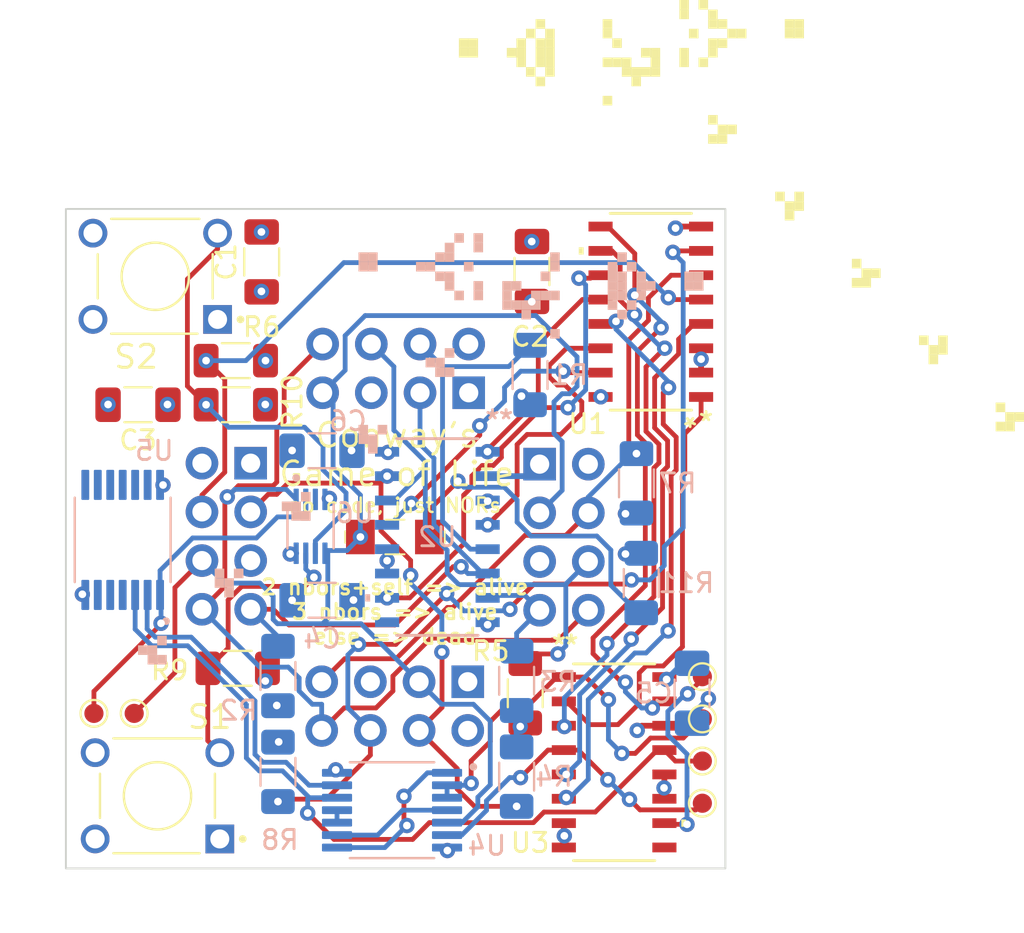
<source format=kicad_pcb>
(kicad_pcb (version 20211014) (generator pcbnew)
  (layers (0 "F.Cu" signal) (1 "In1.Cu" power "In1.Cu gnd") (2 "In2.Cu" power "In2.Cu pwr") (31 "B.Cu" signal) (34 "B.Paste" user) (35 "F.Paste" user) (36 "B.SilkS" user "B.Silkscreen") (37 "F.SilkS" user "F.Silkscreen") (38 "B.Mask" user) (39 "F.Mask" user) (44 "Edge.Cuts" user))
  (net 0 "")
  (net 1 "GND")
  (net 2 "Net-(D1-Pad2)")
  (net 3 "+3V3")
  (net 4 "SELF")
  (net 5 "CLK")
  (net 6 "1_IN")
  (net 7 "2_IN")
  (net 8 "3_IN")
  (net 9 "4_IN")
  (net 10 "6_IN")
  (net 11 "7_IN")
  (net 12 "8_IN")
  (net 13 "9_IN")
  (net 14 "revive")
  (net 15 "kill")
  (net 16 "NEXT_SELF")
  (net 17 "NUM_NBOR_b0")
  (net 18 "NUM_NBOR_b1")
  (net 19 "NUM_NBOR_b2")
  (net 20 "NUM_NBOR_b3")
  (net 21 "1..6&100")
  (net 22 "1..6&010")
  (net 23 "4..6&010")
  (net 24 "1..3&010")
  (net 25 "1..6&001")
  (net 26 "1..3&001")
  (net 27 "4..6&001")
  (net 28 "7..9&010")
  (net 29 "7..9&001")
  (net 35 "b1Norb1")
  (net 36 "selfNorb0")
  (net 37 "Net-(U4-Pad13)")
  (net 49 "Net-(U4-Pad10)")
  (footprint "footprints:SW_1825910-6-btn" (layer "F.Cu") (at 177.86226 49.71274 180)
    (fp_text reference "S2")
    (fp_text value "btn-kill-cell")
  )
  (footprint "Capacitor_SMD:C_1206_3216Metric_Pad1.33x1.80mm_HandSolder" (layer "F.Cu") (at 197.51226 49.46274 90)
    (fp_text reference "C2")
    (fp_text value "C")
  )
  (footprint "Connector_PinSocket_2.54mm:PinSocket_2x04_P2.54mm_Horizontal" (layer "F.Cu") (at 194.21226 55.78774 -90)
    (fp_text reference "J3" hide)
    (fp_text value "north")
  )
  (footprint "Resistor_SMD:R_1206_3216Metric_Pad1.30x1.75mm_HandSolder" (layer "F.Cu") (at 182.06226 54.11274)
    (fp_text reference "R6")
    (fp_text value "10kΩ")
  )
  (footprint "footprints:SW_1825910-6-btn" (layer "F.Cu") (at 177.97726 76.81274 180)
    (fp_text reference "S1")
    (fp_text value "btn-revive-cell")
  )
  (footprint "Resistor_SMD:R_1206_3216Metric_Pad1.30x1.75mm_HandSolder" (layer "F.Cu") (at 182.16226 70.16274)
    (fp_text reference "R9")
    (fp_text value "10kΩ")
  )
  (footprint "TestPoint:TestPoint_Pad_D1.0mm" (layer "F.Cu") (at 206.4 75)
    (fp_text reference "nbor2" hide)
    (fp_text value "5011")
  )
  (footprint "digikey-footprints:1206" (layer "F.Cu") (at 190.36226 63.31274)
    (fp_text reference "D1" hide)
    (fp_text value "CELL_LED")
  )
  (footprint "Capacitor_SMD:C_1206_3216Metric_Pad1.33x1.80mm_HandSolder" (layer "F.Cu") (at 176.96226 56.41274 180)
    (fp_text reference "C3")
    (fp_text value "C")
  )
  (footprint "Resistor_SMD:R_1206_3216Metric_Pad1.30x1.75mm_HandSolder" (layer "F.Cu") (at 197.16226 71.46274 -90)
    (fp_text reference "R5")
    (fp_text value "10kΩ")
  )
  (footprint "TestPoint:TestPoint_Pad_D1.0mm" (layer "F.Cu") (at 176.76226 72.51274)
    (fp_text reference "self1" hide)
    (fp_text value "5011")
  )
  (footprint "Connector_PinHeader_2.54mm:PinHeader_2x04_P2.54mm_Horizontal" (layer "F.Cu") (at 197.91226 59.51274)
    (fp_text reference "J11" hide)
    (fp_text value "east")
  )
  (footprint "Connector_PinHeader_2.54mm:PinHeader_2x04_P2.54mm_Horizontal" (layer "F.Cu") (at 194.16226 70.86274 -90)
    (fp_text reference "J2" hide)
    (fp_text value "south")
  )
  (footprint "footprints:CD74HC283M96_4bit_adder_D16-L" (layer "F.Cu") (at 203.71226 51.56274 180)
    (fp_text reference "U1")
    (fp_text value "CD74HC283M96")
  )
  (footprint "TestPoint:TestPoint_Pad_D1.0mm" (layer "F.Cu") (at 206.4 70.6)
    (fp_text reference "nbor3" hide)
    (fp_text value "5011")
  )
  (footprint "TestPoint:TestPoint_Pad_D1.0mm" (layer "F.Cu") (at 174.66226 72.51274)
    (fp_text reference "next-self1" hide)
    (fp_text value "5011")
  )
  (footprint "Resistor_SMD:R_1206_3216Metric_Pad1.30x1.75mm_HandSolder" (layer "F.Cu") (at 182.06226 56.41274)
    (fp_text reference "R10")
    (fp_text value "10kΩ")
  )
  (footprint "TestPoint:TestPoint_Pad_D1.0mm" (layer "F.Cu") (at 206.4 77.2)
    (fp_text reference "nbor0" hide)
    (fp_text value "5011")
  )
  (footprint "footprints:CD74HC283M96_4bit_adder_D16-L" (layer "F.Cu") (at 201.79716 75.06274)
    (fp_text reference "U3")
    (fp_text value "CD74HC283M96")
  )
  (footprint "Capacitor_SMD:C_1206_3216Metric_Pad1.33x1.80mm_HandSolder" (layer "F.Cu") (at 183.41226 48.96274 90)
    (fp_text reference "C1")
    (fp_text value "C")
  )
  (footprint "TestPoint:TestPoint_Pad_D1.0mm" (layer "F.Cu") (at 206.4 72.8)
    (fp_text reference "nbor1" hide)
    (fp_text value "5011")
  )
  (footprint "Connector_PinSocket_2.54mm:PinSocket_2x04_P2.54mm_Horizontal" (layer "F.Cu") (at 182.83726 59.46274)
    (fp_text reference "J10" hide)
    (fp_text value "west")
  )
  (footprint "Resistor_SMD:R_1206_3216Metric_Pad1.30x1.75mm_HandSolder" (layer "B.Cu") (at 196.71226 70.81274 -90)
    (fp_text reference "R3")
    (fp_text value "10kΩ")
  )
  (footprint "Resistor_SMD:R_1206_3216Metric_Pad1.30x1.75mm_HandSolder" (layer "B.Cu") (at 197.41226 54.86274 -90)
    (fp_text reference "R1")
    (fp_text value "10kΩ")
  )
  (footprint "Capacitor_SMD:C_1206_3216Metric_Pad1.33x1.80mm_HandSolder" (layer "B.Cu") (at 186.56226 58.81274 180)
    (fp_text reference "C6")
    (fp_text value "C")
  )
  (footprint "footprints:CD74HC283M96_4bit_adder_D16-L" (layer "B.Cu") (at 192.57736 63.31274 180)
    (fp_text reference "U2")
    (fp_text value "CD74HC283M96")
  )
  (footprint "Capacitor_SMD:C_1206_3216Metric_Pad1.33x1.80mm_HandSolder" (layer "B.Cu") (at 186.56226 66.61274)
    (fp_text reference "C4")
    (fp_text value "C")
  )
  (footprint "Resistor_SMD:R_1206_3216Metric_Pad1.30x1.75mm_HandSolder" (layer "B.Cu") (at 202.96226 60.51274 -90)
    (fp_text reference "R7")
    (fp_text value "10kΩ")
  )
  (footprint "Resistor_SMD:R_1206_3216Metric_Pad1.30x1.75mm_HandSolder" (layer "B.Cu") (at 184.26226 75.56274 90)
    (fp_text reference "R8")
    (fp_text value "10kΩ")
  )
  (footprint "footprints:SN74LVC2G74DCUR_d-flip-flop" (layer "B.Cu") (at 185.96226 62.75524 -90)
    (fp_text reference "U6")
    (fp_text value "SN74LVC2G74DCUR")
  )
  (footprint "footprints:SN74HC02PWR_NOR_4CH_2-INP" (layer "B.Cu") (at 176.16226 63.46274 90)
    (fp_text reference "U5")
    (fp_text value "SN74HC02PWR")
  )
  (footprint "Resistor_SMD:R_1206_3216Metric_Pad1.30x1.75mm_HandSolder" (layer "B.Cu") (at 196.71226 75.81274 90)
    (fp_text reference "R4")
    (fp_text value "10kΩ")
  )
  (footprint "Resistor_SMD:R_1206_3216Metric_Pad1.30x1.75mm_HandSolder" (layer "B.Cu") (at 203.21226 65.71274 -90)
    (fp_text reference "R11")
    (fp_text value "220Ω")
  )
  (footprint "Capacitor_SMD:C_1206_3216Metric_Pad1.33x1.80mm_HandSolder" (layer "B.Cu") (at 205.86226 71.46274 -90)
    (fp_text reference "C5")
    (fp_text value "C")
  )
  (footprint "footprints:SN74HC02PWR_NOR_4CH_2-INP" (layer "B.Cu") (at 190.21226 77.56274 180)
    (fp_text reference "U4")
    (fp_text value "SN74HC02PWR")
  )
  (footprint "Resistor_SMD:R_1206_3216Metric_Pad1.30x1.75mm_HandSolder" (layer "B.Cu") (at 184.26226 70.56274 -90)
    (fp_text reference "R2")
    (fp_text value "10kΩ")
  )
  (gr_rect (start 181.96226 65.96274) (end 181.46226 65.46274) (layer "B.SilkS") (width 0) (fill solid))
  (gr_rect (start 194.96226 47.96274) (end 194.46226 47.46274) (layer "B.SilkS") (width 0) (fill solid))
  (gr_rect (start 185.96226 62.46274) (end 185.46226 61.96274) (layer "B.SilkS") (width 0) (fill solid))
  (gr_rect (start 196.96226 50.46274) (end 196.46226 49.96274) (layer "B.SilkS") (width 0) (fill solid))
  (gr_rect (start 202.96226 51.46274) (end 202.46226 50.96274) (layer "B.SilkS") (width 0) (fill solid))
  (gr_rect (start 203.46226 49.96274) (end 202.96226 49.46274) (layer "B.SilkS") (width 0) (fill solid))
  (gr_rect (start 192.46226 49.46274) (end 191.96226 48.96274) (layer "B.SilkS") (width 0) (fill solid))
  (gr_rect (start 202.46226 48.96274) (end 201.96226 48.46274) (layer "B.SilkS") (width 0) (fill solid))
  (gr_rect (start 206.46226 49.96274) (end 205.96226 49.46274) (layer "B.SilkS") (width 0) (fill solid))
  (gr_rect (start 201.96226 50.96274) (end 201.46226 50.46274) (layer "B.SilkS") (width 0) (fill solid))
  (gr_rect (start 202.46226 50.96274) (end 201.96226 50.46274) (layer "B.SilkS") (width 0) (fill solid))
  (gr_rect (start 194.96226 50.96274) (end 194.46226 50.46274) (layer "B.SilkS") (width 0) (fill solid))
  (gr_rect (start 193.96226 50.96274) (end 193.46226 50.46274) (layer "B.SilkS") (width 0) (fill solid))
  (gr_rect (start 181.96226 66.46274) (end 181.46226 65.96274) (layer "B.SilkS") (width 0) (fill solid))
  (gr_rect (start 203.96226 50.46274) (end 203.46226 49.96274) (layer "B.SilkS") (width 0) (fill solid))
  (gr_rect (start 189.46226 58.46274) (end 188.96226 57.96274) (layer "B.SilkS") (width 0) (fill solid))
  (gr_rect (start 188.96226 49.46274) (end 188.46226 48.96274) (layer "B.SilkS") (width 0) (fill solid))
  (gr_rect (start 202.46226 50.46274) (end 201.96226 49.96274) (layer "B.SilkS") (width 0) (fill solid))
  (gr_rect (start 198.96226 48.96274) (end 198.46226 48.46274) (layer "B.SilkS") (width 0) (fill solid))
  (gr_rect (start 184.96226 61.96274) (end 184.46226 61.46274) (layer "B.SilkS") (width 0) (fill solid))
  (gr_rect (start 177.96226 69.46274) (end 177.46226 68.96274) (layer "B.SilkS") (width 0) (fill solid))
  (gr_rect (start 189.46226 49.46274) (end 188.96226 48.96274) (layer "B.SilkS") (width 0) (fill solid))
  (gr_rect (start 193.96226 47.96274) (end 193.46226 47.46274) (layer "B.SilkS") (width 0) (fill solid))
  (gr_rect (start 178.46226 68.96274) (end 177.96226 68.46274) (layer "B.SilkS") (width 0) (fill solid))
  (gr_rect (start 202.46226 51.96274) (end 201.96226 51.46274) (layer "B.SilkS") (width 0) (fill solid))
  (gr_rect (start 198.96226 50.96274) (end 198.46226 50.46274) (layer "B.SilkS") (width 0) (fill solid))
  (gr_rect (start 202.96226 49.46274) (end 202.46226 48.96274) (layer "B.SilkS") (width 0) (fill solid))
  (gr_rect (start 192.96226 49.96274) (end 192.46226 49.46274) (layer "B.SilkS") (width 0) (fill solid))
  (gr_rect (start 181.46226 65.46274) (end 180.96226 64.96274) (layer "B.SilkS") (width 0) (fill solid))
  (gr_rect (start 189.46226 48.96274) (end 188.96226 48.46274) (layer "B.SilkS") (width 0) (fill solid))
  (gr_rect (start 202.46226 49.96274) (end 201.96226 49.46274) (layer "B.SilkS") (width 0) (fill solid))
  (gr_rect (start 188.96226 57.96274) (end 188.46226 57.46274) (layer "B.SilkS") (width 0) (fill solid))
  (gr_rect (start 197.46226 51.96274) (end 196.96226 51.46274) (layer "B.SilkS") (width 0) (fill solid))
  (gr_rect (start 198.96226 52.96274) (end 198.46226 52.46274) (layer "B.SilkS") (width 0) (fill solid))
  (gr_rect (start 177.96226 69.96274) (end 177.46226 69.46274) (layer "B.SilkS") (width 0) (fill solid))
  (gr_rect (start 203.46226 50.46274) (end 202.96226 49.96274) (layer "B.SilkS") (width 0) (fill solid))
  (gr_rect (start 196.46226 50.46274) (end 195.96226 49.96274) (layer "B.SilkS") (width 0) (fill solid))
  (gr_rect (start 193.46226 54.96274) (end 192.96226 54.46274) (layer "B.SilkS") (width 0) (fill solid))
  (gr_rect (start 198.96226 49.46274) (end 198.46226 48.96274) (layer "B.SilkS") (width 0) (fill solid))
  (gr_rect (start 196.96226 51.46274) (end 196.46226 50.96274) (layer "B.SilkS") (width 0) (fill solid))
  (gr_rect (start 181.46226 65.96274) (end 180.96226 65.46274) (layer "B.SilkS") (width 0) (fill solid))
  (gr_rect (start 191.96226 49.46274) (end 191.46226 48.96274) (layer "B.SilkS") (width 0) (fill solid))
  (gr_rect (start 193.46226 48.46274) (end 192.96226 47.96274) (layer "B.SilkS") (width 0) (fill solid))
  (gr_rect (start 185.96226 62.46274) (end 185.46226 61.96274) (layer "B.SilkS") (width 0) (fill solid))
  (gr_rect (start 188.96226 58.46274) (end 188.46226 57.96274) (layer "B.SilkS") (width 0) (fill solid))
  (gr_rect (start 194.96226 48.46274) (end 194.46226 47.96274) (layer "B.SilkS") (width 0) (fill solid))
  (gr_rect (start 193.46226 53.96274) (end 192.96226 53.46274) (layer "B.SilkS") (width 0) (fill solid))
  (gr_rect (start 192.46226 54.46274) (end 191.96226 53.96274) (layer "B.SilkS") (width 0) (fill solid))
  (gr_rect (start 201.96226 50.46274) (end 201.46226 49.96274) (layer "B.SilkS") (width 0) (fill solid))
  (gr_rect (start 185.46226 61.96274) (end 184.96226 61.46274) (layer "B.SilkS") (width 0) (fill solid))
  (gr_rect (start 185.96226 61.46274) (end 185.46226 60.96274) (layer "B.SilkS") (width 0) (fill solid))
  (gr_rect (start 205.96226 50.46274) (end 205.46226 49.96274) (layer "B.SilkS") (width 0) (fill solid))
  (gr_rect (start 203.46226 50.96274) (end 202.96226 50.46274) (layer "B.SilkS") (width 0) (fill solid))
  (gr_rect (start 182.46226 65.46274) (end 181.96226 64.96274) (layer "B.SilkS") (width 0) (fill solid))
  (gr_rect (start 197.96226 51.46274) (end 197.46226 50.96274) (layer "B.SilkS") (width 0) (fill solid))
  (gr_rect (start 194.46226 49.46274) (end 193.96226 48.96274) (layer "B.SilkS") (width 0) (fill solid))
  (gr_rect (start 192.96226 48.96274) (end 192.46226 48.46274) (layer "B.SilkS") (width 0) (fill solid))
  (gr_rect (start 196.46226 51.46274) (end 195.96226 50.96274) (layer "B.SilkS") (width 0) (fill solid))
  (gr_rect (start 201.96226 51.46274) (end 201.46226 50.96274) (layer "B.SilkS") (width 0) (fill solid))
  (gr_rect (start 197.46226 51.46274) (end 196.96226 50.96274) (layer "B.SilkS") (width 0) (fill solid))
  (gr_rect (start 189.96226 57.96274) (end 189.46226 57.46274) (layer "B.SilkS") (width 0) (fill solid))
  (gr_rect (start 192.96226 54.96274) (end 192.46226 54.46274) (layer "B.SilkS") (width 0) (fill solid))
  (gr_rect (start 205.96226 49.96274) (end 205.46226 49.46274) (layer "B.SilkS") (width 0) (fill solid))
  (gr_rect (start 197.96226 50.96274) (end 197.46226 50.46274) (layer "B.SilkS") (width 0) (fill solid))
  (gr_rect (start 201.96226 49.46274) (end 201.46226 48.96274) (layer "B.SilkS") (width 0) (fill solid))
  (gr_rect (start 193.46226 49.96274) (end 192.96226 49.46274) (layer "B.SilkS") (width 0) (fill solid))
  (gr_rect (start 185.46226 62.46274) (end 184.96226 61.96274) (layer "B.SilkS") (width 0) (fill solid))
  (gr_rect (start 201.96226 49.96274) (end 201.46226 49.46274) (layer "B.SilkS") (width 0) (fill solid))
  (gr_rect (start 189.46226 58.96274) (end 188.96226 58.46274) (layer "B.SilkS") (width 0) (fill solid))
  (gr_rect (start 188.96226 48.96274) (end 188.46226 48.46274) (layer "B.SilkS") (width 0) (fill solid))
  (gr_rect (start 178.46226 69.96274) (end 177.96226 69.46274) (layer "B.SilkS") (width 0) (fill solid))
  (gr_rect (start 193.46226 50.46274) (end 192.96226 49.96274) (layer "B.SilkS") (width 0) (fill solid))
  (gr_rect (start 198.46226 50.96274) (end 197.96226 50.46274) (layer "B.SilkS") (width 0) (fill solid))
  (gr_rect (start 177.46226 69.46274) (end 176.96226 68.96274) (layer "B.SilkS") (width 0) (fill solid))
  (gr_rect (start 198.46226 49.96274) (end 197.96226 49.46274) (layer "B.SilkS") (width 0) (fill solid))
  (gr_rect (start 206.46226 50.46274) (end 205.96226 49.96274) (layer "B.SilkS") (width 0) (fill solid))
  (gr_rect (start 196.46226 50.96274) (end 195.96226 50.46274) (layer "B.SilkS") (width 0) (fill solid))
  (gr_rect (start 194.96226 50.46274) (end 194.46226 49.96274) (layer "B.SilkS") (width 0) (fill solid))
  (gr_rect (start 193.46226 48.96274) (end 192.96226 48.46274) (layer "B.SilkS") (width 0) (fill solid))
  (gr_rect (start 192.96226 54.46274) (end 192.46226 53.96274) (layer "B.SilkS") (width 0) (fill solid))
  (gr_rect (start 208.2 36.8) (end 207.7 37.3) (layer "F.SilkS") (width 0) (fill solid))
  (gr_rect (start 223.2 56.8) (end 222.7 57.3) (layer "F.SilkS") (width 0) (fill solid))
  (gr_rect (start 218.2 52.8) (end 217.7 53.3) (layer "F.SilkS") (width 0) (fill solid))
  (gr_rect (start 201.7 40.3) (end 201.2 40.8) (layer "F.SilkS") (width 0) (fill solid))
  (gr_rect (start 207.7 36.3) (end 207.2 36.8) (layer "F.SilkS") (width 0) (fill solid))
  (gr_rect (start 214.7 49.8) (end 214.2 50.3) (layer "F.SilkS") (width 0) (fill solid))
  (gr_rect (start 208.7 36.8) (end 208.2 37.3) (layer "F.SilkS") (width 0) (fill solid))
  (gr_rect (start 219.2 53.3) (end 218.7 53.8) (layer "F.SilkS") (width 0) (fill solid))
  (gr_rect (start 207.7 41.8) (end 207.2 42.3) (layer "F.SilkS") (width 0) (fill solid))
  (gr_rect (start 215.2 49.3) (end 214.7 49.8) (layer "F.SilkS") (width 0) (fill solid))
  (gr_rect (start 202.7 38.8) (end 202.2 39.3) (layer "F.SilkS") (width 0) (fill solid))
  (gr_rect (start 203.7 38.8) (end 203.2 39.3) (layer "F.SilkS") (width 0) (fill solid))
  (gr_rect (start 198.2 37.8) (end 197.7 38.3) (layer "F.SilkS") (width 0) (fill solid))
  (gr_rect (start 211.7 45.8) (end 211.2 46.3) (layer "F.SilkS") (width 0) (fill solid))
  (gr_rect (start 207.2 35.8) (end 206.7 36.3) (layer "F.SilkS") (width 0) (fill solid))
  (gr_rect (start 204.2 38.8) (end 203.7 39.3) (layer "F.SilkS") (width 0) (fill solid))
  (gr_rect (start 208.2 41.8) (end 207.7 42.3) (layer "F.SilkS") (width 0) (fill solid))
  (gr_rect (start 207.2 37.3) (end 206.7 37.8) (layer "F.SilkS") (width 0) (fill solid))
  (gr_rect (start 207.7 42.3) (end 207.2 42.8) (layer "F.SilkS") (width 0) (fill solid))
  (gr_rect (start 211.2 36.8) (end 210.7 37.3) (layer "F.SilkS") (width 0) (fill solid))
  (gr_rect (start 207.2 36.3) (end 206.7 36.8) (layer "F.SilkS") (width 0) (fill solid))
  (gr_rect (start 201.7 38.3) (end 201.2 38.8) (layer "F.SilkS") (width 0) (fill solid))
  (gr_rect (start 210.7 45.3) (end 210.2 45.8) (layer "F.SilkS") (width 0) (fill solid))
  (gr_rect (start 207.2 37.8) (end 206.7 38.3) (layer "F.SilkS") (width 0) (fill solid))
  (gr_rect (start 194.7 37.8) (end 194.2 38.3) (layer "F.SilkS") (width 0) (fill solid))
  (gr_rect (start 218.7 53.3) (end 218.2 53.8) (layer "F.SilkS") (width 0) (fill solid))
  (gr_rect (start 197.7 38.8) (end 197.2 39.3) (layer "F.SilkS") (width 0) (fill solid))
  (gr_rect (start 198.7 38.3) (end 198.2 38.8) (layer "F.SilkS") (width 0) (fill solid))
  (gr_rect (start 222.2 57.3) (end 221.7 57.8) (layer "F.SilkS") (width 0) (fill solid))
  (gr_rect (start 211.2 36.3) (end 210.7 36.8) (layer "F.SilkS") (width 0) (fill solid))
  (gr_rect (start 203.2 38.8) (end 202.7 39.3) (layer "F.SilkS") (width 0) (fill solid))
  (gr_rect (start 207.2 42.3) (end 206.7 42.8) (layer "F.SilkS") (width 0) (fill solid))
  (gr_rect (start 205.7 35.3) (end 205.2 35.8) (layer "F.SilkS") (width 0) (fill solid))
  (gr_rect (start 205.7 38.3) (end 205.2 38.8) (layer "F.SilkS") (width 0) (fill solid))
  (gr_rect (start 202.7 38.3) (end 202.2 38.8) (layer "F.SilkS") (width 0) (fill solid))
  (gr_rect (start 197.7 36.8) (end 197.2 37.3) (layer "F.SilkS") (width 0) (fill solid))
  (gr_rect (start 201.7 36.3) (end 201.2 36.8) (layer "F.SilkS") (width 0) (fill solid))
  (gr_rect (start 198.7 36.8) (end 198.2 37.3) (layer "F.SilkS") (width 0) (fill solid))
  (gr_rect (start 205.7 35.8) (end 205.2 36.3) (layer "F.SilkS") (width 0) (fill solid))
  (gr_rect (start 204.2 38.3) (end 203.7 38.8) (layer "F.SilkS") (width 0) (fill solid))
  (gr_rect (start 211.7 36.3) (end 211.2 36.8) (layer "F.SilkS") (width 0) (fill solid))
  (gr_rect (start 203.2 39.3) (end 202.7 39.8) (layer "F.SilkS") (width 0) (fill solid))
  (gr_rect (start 196.7 37.8) (end 196.2 38.3) (layer "F.SilkS") (width 0) (fill solid))
  (gr_rect (start 215.2 49.8) (end 214.7 50.3) (layer "F.SilkS") (width 0) (fill solid))
  (gr_rect (start 215.7 49.3) (end 215.2 49.8) (layer "F.SilkS") (width 0) (fill solid))
  (gr_rect (start 194.2 37.8) (end 193.7 38.3) (layer "F.SilkS") (width 0) (fill solid))
  (gr_rect (start 198.2 39.3) (end 197.7 39.8) (layer "F.SilkS") (width 0) (fill solid))
  (gr_rect (start 202.2 37.3) (end 201.7 37.8) (layer "F.SilkS") (width 0) (fill solid))
  (gr_rect (start 214.7 48.8) (end 214.2 49.3) (layer "F.SilkS") (width 0) (fill solid))
  (gr_rect (start 206.7 38.3) (end 206.2 38.8) (layer "F.SilkS") (width 0) (fill solid))
  (gr_rect (start 202.2 38.3) (end 201.7 38.8) (layer "F.SilkS") (width 0) (fill solid))
  (gr_rect (start 206.7 35.3) (end 206.2 35.8) (layer "F.SilkS") (width 0) (fill solid))
  (gr_rect (start 222.2 56.3) (end 221.7 56.8) (layer "F.SilkS") (width 0) (fill solid))
  (gr_rect (start 205.7 37.8) (end 205.2 38.3) (layer "F.SilkS") (width 0) (fill solid))
  (gr_rect (start 211.2 46.3) (end 210.7 46.8) (layer "F.SilkS") (width 0) (fill solid))
  (gr_rect (start 201.7 36.8) (end 201.2 37.3) (layer "F.SilkS") (width 0) (fill solid))
  (gr_rect (start 207.7 37.3) (end 207.2 37.8) (layer "F.SilkS") (width 0) (fill solid))
  (gr_rect (start 198.2 38.3) (end 197.7 38.8) (layer "F.SilkS") (width 0) (fill solid))
  (gr_rect (start 197.2 37.3) (end 196.7 37.8) (layer "F.SilkS") (width 0) (fill solid))
  (gr_rect (start 207.2 41.3) (end 206.7 41.8) (layer "F.SilkS") (width 0) (fill solid))
  (gr_rect (start 194.7 37.3) (end 194.2 37.8) (layer "F.SilkS") (width 0) (fill solid))
  (gr_rect (start 206.2 36.8) (end 205.7 37.3) (layer "F.SilkS") (width 0) (fill solid))
  (gr_rect (start 211.7 45.3) (end 211.2 45.8) (layer "F.SilkS") (width 0) (fill solid))
  (gr_rect (start 222.7 57.3) (end 222.2 57.8) (layer "F.SilkS") (width 0) (fill solid))
  (gr_rect (start 194.2 37.3) (end 193.7 37.8) (layer "F.SilkS") (width 0) (fill solid))
  (gr_rect (start 198.2 36.3) (end 197.7 36.8) (layer "F.SilkS") (width 0) (fill solid))
  (gr_rect (start 198.7 38.8) (end 198.2 39.3) (layer "F.SilkS") (width 0) (fill solid))
  (gr_rect (start 203.7 37.8) (end 203.2 38.3) (layer "F.SilkS") (width 0) (fill solid))
  (gr_rect (start 211.2 45.8) (end 210.7 46.3) (layer "F.SilkS") (width 0) (fill solid))
  (gr_rect (start 219.2 52.8) (end 218.7 53.3) (layer "F.SilkS") (width 0) (fill solid))
  (gr_rect (start 222.7 56.8) (end 222.2 57.3) (layer "F.SilkS") (width 0) (fill solid))
  (gr_rect (start 198.2 37.3) (end 197.7 37.8) (layer "F.SilkS") (width 0) (fill solid))
  (gr_rect (start 204.2 37.8) (end 203.7 38.3) (layer "F.SilkS") (width 0) (fill solid))
  (gr_rect (start 198.7 37.8) (end 198.2 38.3) (layer "F.SilkS") (width 0) (fill solid))
  (gr_rect (start 218.7 53.8) (end 218.2 54.3) (layer "F.SilkS") (width 0) (fill solid))
  (gr_rect (start 197.2 38.3) (end 196.7 38.8) (layer "F.SilkS") (width 0) (fill solid))
  (gr_rect (start 211.7 36.8) (end 211.2 37.3) (layer "F.SilkS") (width 0) (fill solid))
  (gr_rect (start 197.2 37.8) (end 196.7 38.3) (layer "F.SilkS") (width 0) (fill solid))
  (gr_rect (start 198.7 37.3) (end 198.2 37.8) (layer "F.SilkS") (width 0) (fill solid))
  (gr_rect (start 214.7 49.8) (end 214.2 50.3) (layer "F.SilkS") (width 0) (fill solid))
  (gr_rect (start 207.6 46.2) (end 173.2 80.6) (layer "Edge.Cuts") (width 0.1) (fill none))
  (gr_text "Conway's\nGame of Life" (at 190.46226 59.01274) (layer "F.SilkS") (effects (font (size 1.25 1.25) (thickness 0.153))))
  (gr_text "2 nbors+self => alive\n3 nbors => alive\nelse => dead" (at 190.36226 67.21274) (layer "F.SilkS") (effects (font (size 0.8 0.8))))
  (gr_text "no code, just NORs" (at 190.36226 61.66274) (layer "F.SilkS") (effects (font (size 0.75 0.75) (thickness 0.125))))
  (segment (start 204.41971 76.96774) (end 204.41971 76.41971) (width 0.3) (layer "F.Cu") (net 1))
  (segment (start 206.33481 54.73774) (end 206.33481 54.03481) (width 0.3) (layer "F.Cu") (net 1))
  (segment (start 204.41971 73.15774) (end 203.24226 73.15774) (width 0.3) (layer "F.Cu") (net 1))
  (segment (start 204.41971 75.69774) (end 204.41971 76.38029) (width 0.3) (layer "F.Cu") (net 1))
  (segment (start 206.33481 53.46774) (end 206.33481 54.03481) (width 0.3) (layer "F.Cu") (net 1))
  (segment (start 204.41971 76.38029) (end 204.4 76.4) (width 0.3) (layer "F.Cu") (net 1))
  (segment (start 175.39976 56.40024) (end 175.4 56.4) (width 0.3) (layer "F.Cu") (net 1))
  (segment (start 197.5 47.9) (end 197.50024 47.90024) (width 0.3) (layer "F.Cu") (net 1))
  (segment (start 199.17461 78.23774) (end 199.17461 78.87461) (width 0.3) (layer "F.Cu") (net 1))
  (segment (start 183.61226 54.11274) (end 183.61226 54.112338) (width 0.3) (layer "F.Cu") (net 1))
  (segment (start 183.61226 54.112338) (end 183.612299 54.112299) (width 0.3) (layer "F.Cu") (net 1))
  (segment (start 183.41226 50.51226) (end 183.4 50.5) (width 0.3) (layer "F.Cu") (net 1))
  (segment (start 204.41971 76.41971) (end 204.4 76.4) (width 0.3) (layer "F.Cu") (net 1))
  (segment (start 196.975 73.2) (end 197.16226 73.01274) (width 0.3) (layer "F.Cu") (net 1))
  (segment (start 175.39976 56.41274) (end 175.39976 56.40024) (width 0.3) (layer "F.Cu") (net 1))
  (segment (start 183.41226 50.52524) (end 183.41226 50.51226) (width 0.3) (layer "F.Cu") (net 1))
  (segment (start 199.17461 78.92539) (end 199.2 78.9) (width 0.3) (layer "F.Cu") (net 1))
  (segment (start 205.08226 47.11774) (end 205 47.2) (width 0.3) (layer "F.Cu") (net 1))
  (segment (start 203.24226 73.15774) (end 203 73.4) (width 0.3) (layer "F.Cu") (net 1))
  (segment (start 199.17461 78.87461) (end 199.2 78.9) (width 0.3) (layer "F.Cu") (net 1))
  (segment (start 197.50024 47.90024) (end 197.51226 47.90024) (width 0.3) (layer "F.Cu") (net 1))
  (segment (start 196.9 73.2) (end 196.975 73.2) (width 0.3) (layer "F.Cu") (net 1))
  (segment (start 199.17461 79.50774) (end 199.17461 78.92539) (width 0.3) (layer "F.Cu") (net 1))
  (segment (start 206.33481 47.11774) (end 205.08226 47.11774) (width 0.3) (layer "F.Cu") (net 1))
  (via (at 199.2 78.9) (size 0.8) (drill 0.4) (layers "F.Cu" "B.Cu") (net 1))
  (via (at 175.4 56.4) (size 0.8) (drill 0.4) (layers "F.Cu" "B.Cu") (net 1))
  (via (at 183.612299 54.112299) (size 0.8) (drill 0.4) (layers "F.Cu" "B.Cu") (net 1))
  (via (at 189.95481 64.54519) (size 0.8) (drill 0.4) (layers "F.Cu" "B.Cu") (net 1))
  (via (at 193.1 79.66724) (size 0.8) (drill 0.4) (layers "F.Cu" "B.Cu") (net 1))
  (via (at 197.5 47.9) (size 0.8) (drill 0.4) (layers "F.Cu" "B.Cu") (net 1))
  (via (at 206.71594 71.746867) (size 0.8) (drill 0.4) (layers "F.Cu" "B.Cu") (net 1))
  (via (at 186.94676 61.3) (size 0.8) (drill 0.4) (layers "F.Cu" "B.Cu") (net 1))
  (via (at 185 58.8) (size 0.8) (drill 0.4) (layers "F.Cu" "B.Cu") (net 1))
  (via (at 205 47.2) (size 0.8) (drill 0.4) (layers "F.Cu" "B.Cu") (net 1))
  (via (at 174.05776 66.3) (size 0.8) (drill 0.4) (layers "F.Cu" "B.Cu") (net 1))
  (via (at 188.2 66.6) (size 0.8) (drill 0.4) (layers "F.Cu" "B.Cu") (net 1))
  (via (at 196.9 73.2) (size 0.8) (drill 0.4) (layers "F.Cu" "B.Cu") (net 1))
  (via (at 195.2 67.88724) (size 0.8) (drill 0.4) (layers "F.Cu" "B.Cu") (net 1))
  (via (at 195.2 61.440751) (size 0.8) (drill 0.4) (layers "F.Cu" "B.Cu") (net 1))
  (via (at 202.38776 64.2) (size 0.8) (drill 0.4) (layers "F.Cu" "B.Cu") (net 1))
  (via (at 184.2 72.1) (size 0.8) (drill 0.4) (layers "F.Cu" "B.Cu") (net 1))
  (via (at 196.964483 55.964483) (size 0.8) (drill 0.4) (layers "F.Cu" "B.Cu") (net 1))
  (via (at 203 73.4) (size 0.8) (drill 0.4) (layers "F.Cu" "B.Cu") (net 1))
  (via (at 202.38776 62.1) (size 0.8) (drill 0.4) (layers "F.Cu" "B.Cu") (net 1))
  (via (at 204.4 76.4) (size 0.8) (drill 0.4) (layers "F.Cu" "B.Cu") (net 1))
  (via (at 184.3 74) (size 0.8) (drill 0.4) (layers "F.Cu" "B.Cu") (net 1))
  (via (at 183.4 50.5) (size 0.8) (drill 0.4) (layers "F.Cu" "B.Cu") (net 1))
  (via (at 206.33481 54.03481) (size 0.8) (drill 0.4) (layers "F.Cu" "B.Cu") (net 1))
  (segment (start 195.19991 60.13774) (end 197.28726 60.13774) (width 0.3) (layer "B.Cu") (net 1))
  (segment (start 184.26226 72.11274) (end 184.21274 72.11274) (width 0.3) (layer "B.Cu") (net 1))
  (segment (start 197.28726 60.13774) (end 197.91226 59.51274) (width 0.3) (layer "B.Cu") (net 1))
  (segment (start 184.28726 74.01274) (end 184.3 74) (width 0.3) (layer "B.Cu") (net 1))
  (segment (start 196.71226 72.36274) (end 196.71226 73.01226) (width 0.3) (layer "B.Cu") (net 1))
  (segment (start 186.71226 61.35024) (end 186.89652 61.35024) (width 0.3) (layer "B.Cu") (net 1))
  (segment (start 193.08226 79.6495) (end 193.1 79.66724) (width 0.3) (layer "B.Cu") (net 1))
  (segment (start 203.21226 64.16274) (end 202.42502 64.16274) (width 0.3) (layer "B.Cu") (net 1))
  (segment (start 174.17952 66.3) (end 174.21226 66.33274) (width 0.3) (layer "B.Cu") (net 1))
  (segment (start 193.08226 79.51274) (end 193.08226 79.6495) (width 0.3) (layer "B.Cu") (net 1))
  (segment (start 202.42502 64.16274) (end 202.38776 64.2) (width 0.3) (layer "B.Cu") (net 1))
  (segment (start 197.41226 56.41274) (end 197.41226 56.41226) (width 0.3) (layer "B.Cu") (net 1))
  (segment (start 188.12476 66.61274) (end 188.18726 66.61274) (width 0.3) (layer "B.Cu") (net 1))
  (segment (start 174.05776 66.3) (end 174.17952 66.3) (width 0.3) (layer "B.Cu") (net 1))
  (segment (start 205.86226 72.600547) (end 206.71594 71.746867) (width 0.3) (layer "B.Cu") (net 1))
  (segment (start 196.71226 73.38774) (end 196.9 73.2) (width 0.3) (layer "B.Cu") (net 1))
  (segment (start 184.26226 74.01274) (end 184.28726 74.01274) (width 0.3) (layer "B.Cu") (net 1))
  (segment (start 205.86226 73.02524) (end 205.86226 72.600547) (width 0.3) (layer "B.Cu") (net 1))
  (segment (start 202.96226 62.06274) (end 202.42502 62.06274) (width 0.3) (layer "B.Cu") (net 1))
  (segment (start 184.99976 58.81274) (end 184.99976 58.80024) (width 0.3) (layer "B.Cu") (net 1))
  (segment (start 202.42502 62.06274) (end 202.38776 62.1) (width 0.3) (layer "B.Cu") (net 1))
  (segment (start 195.19991 61.440661) (end 195.2 61.440751) (width 0.3) (layer "B.Cu") (net 1))
  (segment (start 195.19991 61.40774) (end 195.19991 61.440661) (width 0.3) (layer "B.Cu") (net 1))
  (segment (start 197.41226 56.41226) (end 196.964483 55.964483) (width 0.3) (layer "B.Cu") (net 1))
  (segment (start 186.89652 61.35024) (end 186.94676 61.3) (width 0.3) (layer "B.Cu") (net 1))
  (segment (start 184.21274 72.11274) (end 184.2 72.1) (width 0.3) (layer "B.Cu") (net 1))
  (segment (start 188.18726 66.61274) (end 188.2 66.6) (width 0.3) (layer "B.Cu") (net 1))
  (segment (start 189.95481 65.21774) (end 189.95481 63.94774) (width 0.3) (layer "B.Cu") (net 1))
  (segment (start 196.71226 73.01226) (end 196.9 73.2) (width 0.3) (layer "B.Cu") (net 1))
  (segment (start 195.19991 67.88715) (end 195.2 67.88724) (width 0.3) (layer "B.Cu") (net 1))
  (segment (start 196.71226 74.26274) (end 196.71226 73.38774) (width 0.3) (layer "B.Cu") (net 1))
  (segment (start 184.99976 58.80024) (end 185 58.8) (width 0.3) (layer "B.Cu") (net 1))
  (segment (start 195.19991 67.75774) (end 195.19991 67.88715) (width 0.3) (layer "B.Cu") (net 1))
  (segment (start 192.16226 61.88912) (end 192.16226 63.31274) (width 0.25) (layer "F.Cu") (net 2))
  (segment (start 193.65045 60.40093) (end 192.16226 61.88912) (width 0.25) (layer "F.Cu") (net 2))
  (via (at 193.65045 60.40093) (size 0.8) (drill 0.4) (layers "F.Cu" "B.Cu") (net 2))
  (segment (start 200.897749 63.26274) (end 197.46125 63.26274) (width 0.25) (layer "B.Cu") (net 2))
  (segment (start 201.626771 65.827251) (end 201.626771 63.991762) (width 0.25) (layer "B.Cu") (net 2))
  (segment (start 203.06226 67.26274) (end 201.626771 65.827251) (width 0.25) (layer "B.Cu") (net 2))
  (segment (start 196.737749 62.539239) (end 196.737749 61.388229) (width 0.25) (layer "B.Cu") (net 2))
  (segment (start 197.46125 63.26274) (end 196.737749 62.539239) (width 0.25) (layer "B.Cu") (net 2))
  (segment (start 193.965771 60.716251) (end 193.65045 60.40093) (width 0.25) (layer "B.Cu") (net 2))
  (segment (start 201.626771 63.991762) (end 200.897749 63.26274) (width 0.25) (layer "B.Cu") (net 2))
  (segment (start 196.065771 60.716251) (end 193.965771 60.716251) (width 0.25) (layer "B.Cu") (net 2))
  (segment (start 196.737749 61.388229) (end 196.065771 60.716251) (width 0.25) (layer "B.Cu") (net 2))
  (segment (start 204.535351 70.733381) (end 204.41971 70.61774) (width 0.3) (layer "F.Cu") (net 3))
  (segment (start 178.52476 56.41274) (end 178.51274 56.41274) (width 0.3) (layer "F.Cu") (net 3))
  (segment (start 183.71226 70.16274) (end 183.71226 70.71224) (width 0.3) (layer "F.Cu") (net 3))
  (segment (start 201.08971 56.00774) (end 201.09226 56.00774) (width 0.3) (layer "F.Cu") (net 3))
  (segment (start 183.40024 47.40024) (end 183.4 47.4) (width 0.3) (layer "F.Cu") (net 3))
  (segment (start 197.51226 51.02598) (end 197.5 51.03824) (width 0.3) (layer "F.Cu") (net 3))
  (segment (start 183.61226 56.41274) (end 183.61226 56.41226) (width 0.3) (layer "F.Cu") (net 3))
  (segment (start 183.61226 56.41226) (end 183.6 56.4) (width 0.3) (layer "F.Cu") (net 3))
  (segment (start 201.09226 56.00774) (end 201.1 56) (width 0.3) (layer "F.Cu") (net 3))
  (segment (start 197.51226 51.02524) (end 197.51226 51.02598) (width 0.3) (layer "F.Cu") (net 3))
  (segment (start 183.41226 47.40024) (end 183.40024 47.40024) (width 0.3) (layer "F.Cu") (net 3))
  (segment (start 178.51274 56.41274) (end 178.5 56.4) (width 0.3) (layer "F.Cu") (net 3))
  (segment (start 183.71226 70.71224) (end 183.6 70.8245) (width 0.3) (layer "F.Cu") (net 3))
  (segment (start 204.535351 70.742381) (end 204.535351 70.733381) (width 0.3) (layer "F.Cu") (net 3))
  (via (at 188.1 58.8) (size 0.8) (drill 0.4) (layers "F.Cu" "B.Cu") (net 3))
  (via (at 184.9 64.2) (size 0.8) (drill 0.4) (layers "F.Cu" "B.Cu") (net 3))
  (via (at 187.275201 75.45824) (size 0.8) (drill 0.4) (layers "F.Cu" "B.Cu") (net 3))
  (via (at 185 66.613209) (size 0.8) (drill 0.4) (layers "F.Cu" "B.Cu") (net 3))
  (via (at 183.4 47.4) (size 0.8) (drill 0.4) (layers "F.Cu" "B.Cu") (net 3))
  (via (at 178.5 56.4) (size 0.8) (drill 0.4) (layers "F.Cu" "B.Cu") (net 3))
  (via (at 183.6 70.8245) (size 0.8) (drill 0.4) (layers "F.Cu" "B.Cu") (net 3))
  (via (at 178.26676 60.6) (size 0.8) (drill 0.4) (layers "F.Cu" "B.Cu") (net 3))
  (via (at 201.1 56) (size 0.8) (drill 0.4) (layers "F.Cu" "B.Cu") (net 3))
  (via (at 197.5 51.03824) (size 0.8) (drill 0.4) (layers "F.Cu" "B.Cu") (net 3))
  (via (at 190 58.9) (size 0.8) (drill 0.4) (layers "F.Cu" "B.Cu") (net 3))
  (via (at 204.535351 70.742381) (size 0.8) (drill 0.4) (layers "F.Cu" "B.Cu") (net 3))
  (via (at 183.6 56.4) (size 0.8) (drill 0.4) (layers "F.Cu" "B.Cu") (net 3))
  (segment (start 184.99976 66.61274) (end 184.99976 66.612969) (width 0.3) (layer "B.Cu") (net 3))
  (segment (start 205.377492 69.90024) (end 204.535351 70.742381) (width 0.3) (layer "B.Cu") (net 3))
  (segment (start 188.11274 58.81274) (end 188.1 58.8) (width 0.3) (layer "B.Cu") (net 3))
  (segment (start 178.11226 60.59274) (end 178.2595 60.59274) (width 0.3) (layer "B.Cu") (net 3))
  (segment (start 184.99976 66.612969) (end 185 66.613209) (width 0.3) (layer "B.Cu") (net 3))
  (segment (start 205.86226 69.90024) (end 205.377492 69.90024) (width 0.3) (layer "B.Cu") (net 3))
  (segment (start 187.34226 75.525299) (end 187.275201 75.45824) (width 0.3) (layer "B.Cu") (net 3))
  (segment (start 184.93976 64.16024) (end 184.9 64.2) (width 0.3) (layer "B.Cu") (net 3))
  (segment (start 187.34226 75.61274) (end 187.34226 75.525299) (width 0.3) (layer "B.Cu") (net 3))
  (segment (start 189.96774 58.86774) (end 190 58.9) (width 0.3) (layer "B.Cu") (net 3))
  (segment (start 185.21226 64.16024) (end 184.93976 64.16024) (width 0.3) (layer "B.Cu") (net 3))
  (segment (start 178.2595 60.59274) (end 178.26676 60.6) (width 0.3) (layer "B.Cu") (net 3))
  (segment (start 188.12476 58.81274) (end 188.11274 58.81274) (width 0.3) (layer "B.Cu") (net 3))
  (segment (start 189.95481 58.86774) (end 189.96774 58.86774) (width 0.3) (layer "B.Cu") (net 3))
  (segment (start 180.29726 64.54274) (end 178.886771 65.953229) (width 0.25) (layer "F.Cu") (net 4))
  (segment (start 178.886771 70.388229) (end 176.76226 72.51274) (width 0.25) (layer "F.Cu") (net 4))
  (segment (start 178.886771 65.953229) (end 178.886771 70.388229) (width 0.25) (layer "F.Cu") (net 4))
  (via (at 188.56226 63.31274) (size 0.8) (drill 0.4) (layers "F.Cu" "B.Cu") (net 4))
  (segment (start 183.323759 65.717251) (end 184.01226 66.405752) (width 0.25) (layer "B.Cu") (net 4))
  (segment (start 188.81226 51.76274) (end 197.71226 51.76274) (width 0.25) (layer "B.Cu") (net 4))
  (segment (start 180.29726 64.54274) (end 181.471771 65.717251) (width 0.25) (layer "B.Cu") (net 4))
  (segment (start 199.086657 55.838229) (end 198.66226 56.262626) (width 0.25) (layer "B.Cu") (net 4))
  (segment (start 187.13774 59.700713) (end 187.13774 56.33322) (width 0.25) (layer "B.Cu") (net 4))
  (segment (start 198.66226 57.913718) (end 199.086771 58.338229) (width 0.25) (layer "B.Cu") (net 4))
  (segment (start 184.01226 66.405752) (end 184.01226 67.61274) (width 0.25) (layer "B.Cu") (net 4))
  (segment (start 194.688861 76.886139) (end 194.688861 77.389341) (width 0.25) (layer "B.Cu") (net 4))
  (segment (start 184.01226 67.61274) (end 184.23678 67.83726) (width 0.25) (layer "B.Cu") (net 4))
  (segment (start 186.58774 67.83726) (end 188.59678 67.83726) (width 0.25) (layer "B.Cu") (net 4))
  (segment (start 187.766771 52.808229) (end 188.81226 51.76274) (width 0.25) (layer "B.Cu") (net 4))
  (segment (start 199.086771 60.878229) (end 197.91226 62.05274) (width 0.25) (layer "B.Cu") (net 4))
  (segment (start 188.56226 61.125234) (end 187.13774 59.700713) (width 0.25) (layer "B.Cu") (net 4))
  (segment (start 187.766771 54.613229) (end 187.766771 52.808229) (width 0.25) (layer "B.Cu") (net 4))
  (segment (start 187.85726 64.01774) (end 188.56226 63.31274) (width 0.25) (layer "B.Cu") (net 4))
  (segment (start 199.86274 53.91322) (end 199.86274 55.451042) (width 0.25) (layer "B.Cu") (net 4))
  (segment (start 193.08226 78.21274) (end 193.865461 78.21274) (width 0.25) (layer "B.Cu") (net 4))
  (segment (start 192.796771 72.037251) (end 191.62226 70.86274) (width 0.25) (layer "B.Cu") (net 4))
  (segment (start 197.71226 51.76274) (end 199.86274 53.91322) (width 0.25) (layer "B.Cu") (net 4))
  (segment (start 181.471771 65.717251) (end 183.323759 65.717251) (width 0.25) (layer "B.Cu") (net 4))
  (segment (start 186.59226 55.78774) (end 187.766771 54.613229) (width 0.25) (layer "B.Cu") (net 4))
  (segment (start 192.796771 72.037251) (end 194.457781 72.037251) (width 0.25) (layer "B.Cu") (net 4))
  (segment (start 188.59678 67.83726) (end 191.62226 70.86274) (width 0.25) (layer "B.Cu") (net 4))
  (segment (start 194.457781 72.037251) (end 195.336771 72.916241) (width 0.25) (layer "B.Cu") (net 4))
  (segment (start 186.86226 67.56274) (end 186.58774 67.83726) (width 0.25) (layer "B.Cu") (net 4))
  (segment (start 188.56226 63.31274) (end 188.56226 61.125234) (width 0.25) (layer "B.Cu") (net 4))
  (segment (start 195.336771 72.916241) (end 195.336771 76.238229) (width 0.25) (layer "B.Cu") (net 4))
  (segment (start 199.86274 55.451042) (end 199.475553 55.838229) (width 0.25) (layer "B.Cu") (net 4))
  (segment (start 198.66226 56.262626) (end 198.66226 57.913718) (width 0.25) (layer "B.Cu") (net 4))
  (segment (start 186.86226 64.01774) (end 186.86226 67.56274) (width 0.25) (layer "B.Cu") (net 4))
  (segment (start 187.13774 56.33322) (end 186.59226 55.78774) (width 0.25) (layer "B.Cu") (net 4))
  (segment (start 195.336771 76.238229) (end 194.688861 76.886139) (width 0.25) (layer "B.Cu") (net 4))
  (segment (start 193.865461 78.21274) (end 194.688861 77.389341) (width 0.25) (layer "B.Cu") (net 4))
  (segment (start 199.086771 58.338229) (end 199.086771 60.878229) (width 0.25) (layer "B.Cu") (net 4))
  (segment (start 184.23678 67.83726) (end 186.58774 67.83726) (width 0.25) (layer "B.Cu") (net 4))
  (segment (start 199.475553 55.838229) (end 199.086657 55.838229) (width 0.25) (layer "B.Cu") (net 4))
  (segment (start 186.86226 64.01774) (end 187.85726 64.01774) (width 0.25) (layer "B.Cu") (net 4))
  (segment (start 184.2 57.662493) (end 184.58678 57.275713) (width 0.25) (layer "F.Cu") (net 5))
  (segment (start 198.562157 68.688229) (end 198.550386 68.7) (width 0.25) (layer "F.Cu") (net 5))
  (segment (start 193.224134 68.7) (end 193.112363 68.588229) (width 0.25) (layer "F.Cu") (net 5))
  (segment (start 189.377781 72.228229) (end 187.716771 72.228229) (width 0.25) (layer "F.Cu") (net 5))
  (segment (start 184.2 60.449022) (end 184.2 57.662493) (width 0.25) (layer "F.Cu") (net 5))
  (segment (start 187.716771 72.228229) (end 186.54226 73.40274) (width 0.25) (layer "F.Cu") (net 5))
  (segment (start 198.896771 68.688229) (end 198.562157 68.688229) (width 0.25) (layer "F.Cu") (net 5))
  (segment (start 184.011771 60.637251) (end 184.2 60.449022) (width 0.25) (layer "F.Cu") (net 5))
  (segment (start 181.617417 61.219771) (end 181.491403 61.345785) (width 0.25) (layer "F.Cu") (net 5))
  (segment (start 184.58678 55.25322) (end 186.59226 53.24774) (width 0.25) (layer "F.Cu") (net 5))
  (segment (start 182.199937 60.637251) (end 184.011771 60.637251) (width 0.25) (layer "F.Cu") (net 5))
  (segment (start 190.256771 70.567219) (end 190.256771 71.349239) (width 0.25) (layer "F.Cu") (net 5))
  (segment (start 198.550386 68.7) (end 193.224134 68.7) (width 0.25) (layer "F.Cu") (net 5))
  (segment (start 181.491403 61.345785) (end 181.491403 65.888597) (width 0.25) (layer "F.Cu") (net 5))
  (segment (start 184.58678 57.275713) (end 184.58678 55.25322) (width 0.25) (layer "F.Cu") (net 5))
  (segment (start 181.617417 61.219771) (end 182.199937 60.637251) (width 0.25) (layer "F.Cu") (net 5))
  (segment (start 200.45226 67.13274) (end 198.896771 68.688229) (width 0.25) (layer "F.Cu") (net 5))
  (segment (start 192.235761 68.588229) (end 190.256771 70.567219) (width 0.25) (layer "F.Cu") (net 5))
  (segment (start 181.491403 65.888597) (end 180.29726 67.08274) (width 0.25) (layer "F.Cu") (net 5))
  (segment (start 193.112363 68.588229) (end 192.235761 68.588229) (width 0.25) (layer "F.Cu") (net 5))
  (segment (start 190.256771 71.349239) (end 189.377781 72.228229) (width 0.25) (layer "F.Cu") (net 5))
  (via (at 181.617417 61.219771) (size 0.8) (drill 0.4) (layers "F.Cu" "B.Cu") (net 5))
  (segment (start 181.617417 61.219771) (end 182.008959 60.828229) (width 0.25) (layer "B.Cu") (net 5))
  (segment (start 185.367749 71.349239) (end 186.055761 72.037251) (width 0.25) (layer "B.Cu") (net 5))
  (segment (start 183.31452 70.1) (end 184.8 70.1) (width 0.25) (layer "B.Cu") (net 5))
  (segment (start 182.008959 60.828229) (end 184.690249 60.828229) (width 0.25) (layer "B.Cu") (net 5))
  (segment (start 186.055761 72.037251) (end 186.54226 72.037251) (width 0.25) (layer "B.Cu") (net 5))
  (segment (start 186.54226 72.037251) (end 186.54226 73.40274) (width 0.25) (layer "B.Cu") (net 5))
  (segment (start 185.367749 70.667749) (end 185.367749 71.349239) (width 0.25) (layer "B.Cu") (net 5))
  (segment (start 184.8 70.1) (end 185.367749 70.667749) (width 0.25) (layer "B.Cu") (net 5))
  (segment (start 180.29726 67.08274) (end 183.31452 70.1) (width 0.25) (layer "B.Cu") (net 5))
  (segment (start 184.690249 60.828229) (end 185.21226 61.35024) (width 0.25) (layer "B.Cu") (net 5))
  (segment (start 192.846771 62.490555) (end 194.303956 63.94774) (width 0.25) (layer "B.Cu") (net 6))
  (segment (start 194.303956 63.94774) (end 195.19991 63.94774) (width 0.25) (layer "B.Cu") (net 6))
  (segment (start 192.846771 54.422251) (end 192.846771 62.490555) (width 0.25) (layer "B.Cu") (net 6))
  (segment (start 196.302749 54.422251) (end 192.846771 54.422251) (width 0.25) (layer "B.Cu") (net 6))
  (segment (start 197.41226 53.31274) (end 196.302749 54.422251) (width 0.25) (layer "B.Cu") (net 6))
  (segment (start 192.846771 54.422251) (end 191.67226 53.24774) (width 0.25) (layer "B.Cu") (net 6))
  (segment (start 190.360718 67.9) (end 184.834906 67.9) (width 0.25) (layer "F.Cu") (net 7))
  (segment (start 193.812249 64.86274) (end 193.397978 64.86274) (width 0.25) (layer "F.Cu") (net 7))
  (segment (start 184.834906 67.9) (end 184.017646 67.08274) (width 0.25) (layer "F.Cu") (net 7))
  (segment (start 184.017646 67.08274) (end 182.83726 67.08274) (width 0.25) (layer "F.Cu") (net 7))
  (segment (start 193.397978 64.86274) (end 190.360718 67.9) (width 0.25) (layer "F.Cu") (net 7))
  (via (at 193.812249 64.86274) (size 0.8) (drill 0.4) (layers "F.Cu" "B.Cu") (net 7))
  (segment (start 192.397251 62.676752) (end 192.397251 59.197731) (width 0.25) (layer "B.Cu") (net 7))
  (segment (start 194.938238 65.21774) (end 192.397251 62.676752) (width 0.25) (layer "B.Cu") (net 7))
  (segment (start 184.26226 69.01274) (end 184.26226 68.50774) (width 0.25) (layer "B.Cu") (net 7))
  (segment (start 192.397251 59.197731) (end 191.67226 58.47274) (width 0.25) (layer "B.Cu") (net 7))
  (segment (start 184.26226 68.50774) (end 182.83726 67.08274) (width 0.25) (layer "B.Cu") (net 7))
  (segment (start 195.19991 65.21774) (end 194.938238 65.21774) (width 0.25) (layer "B.Cu") (net 7))
  (segment (start 191.67226 58.47274) (end 191.67226 55.78774) (width 0.25) (layer "B.Cu") (net 7))
  (segment (start 194.167249 65.21774) (end 195.19991 65.21774) (width 0.25) (layer "B.Cu") (net 7))
  (segment (start 193.812249 64.86274) (end 194.167249 65.21774) (width 0.25) (layer "B.Cu") (net 7))
  (segment (start 197.14226 66.36274) (end 197.91226 67.13274) (width 0.25) (layer "B.Cu") (net 8))
  (segment (start 195.32491 66.36274) (end 197.14226 66.36274) (width 0.25) (layer "B.Cu") (net 8))
  (segment (start 195.19991 66.48774) (end 195.32491 66.36274) (width 0.25) (layer "B.Cu") (net 8))
  (segment (start 196.71226 69.26274) (end 196.71226 68.33274) (width 0.25) (layer "B.Cu") (net 8))
  (segment (start 196.71226 68.33274) (end 197.91226 67.13274) (width 0.25) (layer "B.Cu") (net 8))
  (segment (start 191.62226 73.40274) (end 193.614209 75.394689) (width 0.25) (layer "F.Cu") (net 9))
  (segment (start 184.784739 60.5) (end 189.59255 60.5) (width 0.25) (layer "F.Cu") (net 9))
  (segment (start 193.614209 75.394689) (end 193.614209 76.462843) (width 0.25) (layer "F.Cu") (net 9))
  (segment (start 192.81969 69.32017) (end 192.81969 72.20531) (width 0.25) (layer "F.Cu") (net 9))
  (segment (start 189.59255 60.5) (end 189.95481 60.13774) (width 0.25) (layer "F.Cu") (net 9))
  (segment (start 193.614209 76.462843) (end 194.514106 77.36274) (width 0.25) (layer "F.Cu") (net 9))
  (segment (start 189.636771 62.99106) (end 189.636771 60.455779) (width 0.25) (layer "F.Cu") (net 9))
  (segment (start 191.182962 65.31274) (end 191.182962 64.537251) (width 0.25) (layer "F.Cu") (net 9))
  (segment (start 192.81226 69.31274) (end 192.81969 69.32017) (width 0.25) (layer "F.Cu") (net 9))
  (segment (start 184.197969 61.086771) (end 184.784739 60.5) (width 0.25) (layer "F.Cu") (net 9))
  (segment (start 183.753229 61.086771) (end 184.197969 61.086771) (width 0.25) (layer "F.Cu") (net 9))
  (segment (start 194.514106 77.36274) (end 196.71226 77.36274) (width 0.25) (layer "F.Cu") (net 9))
  (segment (start 189.636771 60.455779) (end 189.95481 60.13774) (width 0.25) (layer "F.Cu") (net 9))
  (segment (start 192.81969 72.20531) (end 191.62226 73.40274) (width 0.25) (layer "F.Cu") (net 9))
  (segment (start 191.182962 64.537251) (end 189.636771 62.99106) (width 0.25) (layer "F.Cu") (net 9))
  (segment (start 182.83726 62.00274) (end 183.753229 61.086771) (width 0.25) (layer "F.Cu") (net 9))
  (via (at 189.95481 60.13774) (size 0.8) (drill 0.4) (layers "F.Cu" "B.Cu") (net 9))
  (via (at 191.182962 65.31274) (size 0.8) (drill 0.4) (layers "F.Cu" "B.Cu") (net 9))
  (via (at 196.71226 77.36274) (size 0.8) (drill 0.4) (layers "F.Cu" "B.Cu") (net 9))
  (via (at 192.81226 69.31274) (size 0.8) (drill 0.4) (layers "F.Cu" "B.Cu") (net 9))
  (segment (start 192.81226 69.31274) (end 192.81226 67.36274) (width 0.25) (layer "B.Cu") (net 9))
  (segment (start 192.81226 67.36274) (end 191.182962 65.733442) (width 0.25) (layer "B.Cu") (net 9))
  (segment (start 191.182962 65.733442) (end 191.182962 65.31274) (width 0.25) (layer "B.Cu") (net 9))
  (segment (start 197.66226 69.41274) (end 197.16226 69.91274) (width 0.25) (layer "F.Cu") (net 10))
  (segment (start 198.86226 69.41274) (end 197.66226 69.41274) (width 0.25) (layer "F.Cu") (net 10))
  (via (at 198.86226 69.41274) (size 0.8) (drill 0.4) (layers "F.Cu" "B.Cu") (net 10))
  (segment (start 190.96226 58.398458) (end 190.306771 57.742969) (width 0.25) (layer "B.Cu") (net 10))
  (segment (start 190.32946 61.40774) (end 191.947731 59.789469) (width 0.25) (layer "B.Cu") (net 10))
  (segment (start 199.277749 68.997251) (end 198.86226 69.41274) (width 0.25) (layer "B.Cu") (net 10))
  (segment (start 190.306771 54.422251) (end 189.13226 53.24774) (width 0.25) (layer "B.Cu") (net 10))
  (segment (start 191.947731 62.862949) (end 191.947731 59.383929) (width 0.25) (layer "B.Cu") (net 10))
  (segment (start 193.695771 65.796251) (end 193.087749 65.188229) (width 0.25) (layer "B.Cu") (net 10))
  (segment (start 199.248749 65.796251) (end 193.695771 65.796251) (width 0.25) (layer "B.Cu") (net 10))
  (segment (start 193.087749 64.002968) (end 191.947731 62.862949) (width 0.25) (layer "B.Cu") (net 10))
  (segment (start 190.306771 57.742969) (end 190.306771 54.422251) (width 0.25) (layer "B.Cu") (net 10))
  (segment (start 200.45226 64.59274) (end 199.277749 65.767251) (width 0.25) (layer "B.Cu") (net 10))
  (segment (start 199.277749 65.767251) (end 199.248749 65.796251) (width 0.25) (layer "B.Cu") (net 10))
  (segment (start 191.947731 59.383929) (end 190.96226 58.398458) (width 0.25) (layer "B.Cu") (net 10))
  (segment (start 189.95481 61.40774) (end 190.32946 61.40774) (width 0.25) (layer "B.Cu") (net 10))
  (segment (start 193.087749 65.188229) (end 193.087749 64.002968) (width 0.25) (layer "B.Cu") (net 10))
  (segment (start 191.947731 59.789469) (end 191.947731 59.383929) (width 0.25) (layer "B.Cu") (net 10))
  (segment (start 199.277749 65.767251) (end 199.277749 68.997251) (width 0.25) (layer "B.Cu") (net 10))
  (segment (start 206.33481 50.92774) (end 204.72774 50.92774) (width 0.25) (layer "F.Cu") (net 11))
  (segment (start 204.72774 50.92774) (end 204.624799 50.824799) (width 0.25) (layer "F.Cu") (net 11))
  (segment (start 180.29726 62.00274) (end 180.29726 61.12375) (width 0.25) (layer "F.Cu") (net 11))
  (segment (start 181.48678 55.08726) (end 180.51226 54.11274) (width 0.25) (layer "F.Cu") (net 11))
  (segment (start 181.48678 59.93423) (end 181.48678 55.08726) (width 0.25) (layer "F.Cu") (net 11))
  (segment (start 180.29726 61.12375) (end 181.48678 59.93423) (width 0.25) (layer "F.Cu") (net 11))
  (via (at 180.51226 54.11274) (size 0.8) (drill 0.4) (layers "F.Cu" "B.Cu") (net 11))
  (via (at 204.624799 50.824799) (size 0.8) (drill 0.4) (layers "F.Cu" "B.Cu") (net 11))
  (segment (start 182.58726 54.11274) (end 180.51226 54.11274) (width 0.25) (layer "B.Cu") (net 11))
  (segment (start 202.8 49) (end 187.7 49) (width 0.25) (layer "B.Cu") (net 11))
  (segment (start 204.624799 50.824799) (end 202.8 49) (width 0.25) (layer "B.Cu") (net 11))
  (segment (start 187.7 49) (end 182.58726 54.11274) (width 0.25) (layer "B.Cu") (net 11))
  (segment (start 200.45226 62.05274) (end 199.277749 63.227251) (width 0.25) (layer "F.Cu") (net 12))
  (segment (start 203.586771 52.012843) (end 202.56226 53.037354) (width 0.25) (layer "F.Cu") (net 12))
  (segment (start 204.76726 49.65774) (end 203.586771 50.838229) (width 0.25) (layer "F.Cu") (net 12))
  (segment (start 206.33481 49.65774) (end 204.76726 49.65774) (width 0.25) (layer "F.Cu") (net 12))
  (segment (start 187.74226 69.66274) (end 186.54226 70.86274) (width 0.25) (layer "F.Cu") (net 12))
  (segment (start 197.147749 63.227251) (end 193.387749 66.987251) (width 0.25) (layer "F.Cu") (net 12))
  (segment (start 202.56226 53.037354) (end 202.56226 58.56274) (width 0.25) (layer "F.Cu") (net 12))
  (segment (start 193.102031 66.987251) (end 190.426542 69.66274) (width 0.25) (layer "F.Cu") (net 12))
  (segment (start 203.586771 50.838229) (end 203.586771 52.012843) (width 0.25) (layer "F.Cu") (net 12))
  (segment (start 193.387749 66.987251) (end 193.102031 66.987251) (width 0.25) (layer "F.Cu") (net 12))
  (segment (start 199.277749 63.227251) (end 197.147749 63.227251) (width 0.25) (layer "F.Cu") (net 12))
  (segment (start 202.56226 58.56274) (end 202.96226 58.96274) (width 0.25) (layer "F.Cu") (net 12))
  (segment (start 190.426542 69.66274) (end 187.74226 69.66274) (width 0.25) (layer "F.Cu") (net 12))
  (via (at 202.96226 58.96274) (size 0.8) (drill 0.4) (layers "F.Cu" "B.Cu") (net 12))
  (segment (start 200.45226 61.22274) (end 202.71226 58.96274) (width 0.25) (layer "B.Cu") (net 12))
  (segment (start 200.45226 62.05274) (end 200.45226 61.22274) (width 0.25) (layer "B.Cu") (net 12))
  (segment (start 202.71226 58.96274) (end 202.96226 58.96274) (width 0.25) (layer "B.Cu") (net 12))
  (segment (start 186.786771 76.988229) (end 184.386771 76.988229) (width 0.25) (layer "F.Cu") (net 13))
  (segment (start 202.483151 65.767251) (end 202.699961 65.550441) (width 0.25) (layer "F.Cu") (net 13))
  (segment (start 190.41226 68.91274) (end 188.46226 68.91274) (width 0.25) (layer "F.Cu") (net 13))
  (segment (start 204.93726 48.38774) (end 204.86226 48.46274) (width 0.25) (layer "F.Cu") (net 13))
  (segment (start 189.08226 74.69274) (end 186.786771 76.988229) (width 0.25) (layer "F.Cu") (net 13))
  (segment (start 189.08226 73.40274) (end 189.08226 74.69274) (width 0.25) (layer "F.Cu") (net 13))
  (segment (start 206.33481 48.38774) (end 204.93726 48.38774) (width 0.25) (layer "F.Cu") (net 13))
  (segment (start 196.36226 67.08724) (end 196.36226 67.02173) (width 0.25) (layer "F.Cu") (net 13))
  (segment (start 196.36226 67.02173) (end 197.616739 65.767251) (width 0.25) (layer "F.Cu") (net 13))
  (segment (start 193.06226 66.26274) (end 190.41226 68.91274) (width 0.25) (layer "F.Cu") (net 13))
  (segment (start 184.386771 76.988229) (end 184.26226 77.11274) (width 0.25) (layer "F.Cu") (net 13))
  (segment (start 197.616739 65.767251) (end 202.483151 65.767251) (width 0.25) (layer "F.Cu") (net 13))
  (via (at 184.26226 77.11274) (size 0.8) (drill 0.4) (layers "F.Cu" "B.Cu") (net 13))
  (via (at 196.36226 67.08724) (size 0.8) (drill 0.4) (layers "F.Cu" "B.Cu") (net 13))
  (via (at 204.86226 48.46274) (size 0.8) (drill 0.4) (layers "F.Cu" "B.Cu") (net 13))
  (via (at 188.46226 68.91274) (size 0.8) (drill 0.4) (layers "F.Cu" "B.Cu") (net 13))
  (via (at 202.699961 65.550441) (size 0.8) (drill 0.4) (layers "F.Cu" "B.Cu") (net 13))
  (via (at 193.06226 66.26274) (size 0.8) (drill 0.4) (layers "F.Cu" "B.Cu") (net 13))
  (segment (start 193.96226 67.16274) (end 193.06226 66.26274) (width 0.25) (layer "B.Cu") (net 13))
  (segment (start 189.08226 73.40274) (end 187.907749 72.228229) (width 0.25) (layer "B.Cu") (net 13))
  (segment (start 187.907749 72.228229) (end 187.907749 69.467251) (width 0.25) (layer "B.Cu") (net 13))
  (segment (start 205.4 49.00048) (end 204.86226 48.46274) (width 0.25) (layer "B.Cu") (net 13))
  (segment (start 204.41178 63.810414) (end 205.4 62.822194) (width 0.25) (layer "B.Cu") (net 13))
  (segment (start 205.4 62.822194) (end 205.4 49.00048) (width 0.25) (layer "B.Cu") (net 13))
  (segment (start 204.41178 64.800713) (end 204.41178 63.810414) (width 0.25) (layer "B.Cu") (net 13))
  (segment (start 196.36226 67.08724) (end 196.28676 67.16274) (width 0.25) (layer "B.Cu") (net 13))
  (segment (start 196.28676 67.16274) (end 193.96226 67.16274) (width 0.25) (layer "B.Cu") (net 13))
  (segment (start 187.907749 69.467251) (end 188.46226 68.91274) (width 0.25) (layer "B.Cu") (net 13))
  (segment (start 202.699961 65.550441) (end 203.662052 65.550441) (width 0.25) (layer "B.Cu") (net 13))
  (segment (start 203.662052 65.550441) (end 204.41178 64.800713) (width 0.25) (layer "B.Cu") (net 13))
  (segment (start 180.6 73.93548) (end 181.22726 74.56274) (width 0.25) (layer "F.Cu") (net 14))
  (segment (start 182.370281 65.888709) (end 181.662749 66.596241) (width 0.25) (layer "F.Cu") (net 14))
  (segment (start 181.662749 69.112251) (end 180.61226 70.16274) (width 0.25) (layer "F.Cu") (net 14))
  (segment (start 186.13776 65.41274) (end 185.661791 65.888709) (width 0.25) (layer "F.Cu") (net 14))
  (segment (start 180.61226 70.16274) (end 180.6 70.175) (width 0.25) (layer "F.Cu") (net 14))
  (segment (start 185.661791 65.888709) (end 182.370281 65.888709) (width 0.25) (layer "F.Cu") (net 14))
  (segment (start 181.662749 66.596241) (end 181.662749 69.112251) (width 0.25) (layer "F.Cu") (net 14))
  (segment (start 180.6 70.175) (end 180.6 73.93548) (width 0.25) (layer "F.Cu") (net 14))
  (via (at 186.13776 65.41274) (size 0.8) (drill 0.4) (layers "F.Cu" "B.Cu") (net 14))
  (segment (start 186.13776 65.41274) (end 185.71226 64.98724) (width 0.25) (layer "B.Cu") (net 14))
  (segment (start 185.71226 64.98724) (end 185.71226 64.16024) (width 0.25) (layer "B.Cu") (net 14))
  (segment (start 180.51226 56.41274) (end 179.53774 55.43822) (width 0.25) (layer "F.Cu") (net 15))
  (segment (start 179.53774 49.86226) (end 181.11226 48.28774) (width 0.25) (layer "F.Cu") (net 15))
  (segment (start 181.11226 48.28774) (end 181.11226 47.46274) (width 0.25) (layer "F.Cu") (net 15))
  (segment (start 179.53774 55.43822) (end 179.53774 49.86226) (width 0.25) (layer "F.Cu") (net 15))
  (via (at 180.51226 56.41274) (size 0.8) (drill 0.4) (layers "F.Cu" "B.Cu") (net 15))
  (segment (start 185.650233 57.58822) (end 181.68774 57.58822) (width 0.25) (layer "B.Cu") (net 15))
  (segment (start 186.21226 63.51274) (end 187.81226 61.91274) (width 0.25) (layer "B.Cu") (net 15))
  (segment (start 186.61226 58.550247) (end 185.650233 57.58822) (width 0.25) (layer "B.Cu") (net 15))
  (segment (start 181.68774 57.58822) (end 180.51226 56.41274) (width 0.25) (layer "B.Cu") (net 15))
  (segment (start 187.81226 61.010951) (end 186.61226 59.810951) (width 0.25) (layer "B.Cu") (net 15))
  (segment (start 187.81226 61.91274) (end 187.81226 61.010951) (width 0.25) (layer "B.Cu") (net 15))
  (segment (start 186.21226 64.16024) (end 186.21226 63.51274) (width 0.25) (layer "B.Cu") (net 15))
  (segment (start 186.61226 59.810951) (end 186.61226 58.550247) (width 0.25) (layer "B.Cu") (net 15))
  (segment (start 178.16226 67.86274) (end 178.16226 67.81274) (width 0.25) (layer "F.Cu") (net 16))
  (segment (start 174.66226 72.51274) (end 174.66226 71.36274) (width 0.25) (layer "F.Cu") (net 16))
  (segment (start 174.66226 71.36274) (end 178.16226 67.86274) (width 0.25) (layer "F.Cu") (net 16))
  (via (at 178.16226 67.81274) (size 0.8) (drill 0.4) (layers "F.Cu" "B.Cu") (net 16))
  (segment (start 179.81226 63.36274) (end 178.11226 65.06274) (width 0.25) (layer "B.Cu") (net 16))
  (segment (start 185.71226 61.98441) (end 185.43393 62.26274) (width 0.25) (layer "B.Cu") (net 16))
  (segment (start 185.43393 62.26274) (end 184.23827 62.26274) (width 0.25) (layer "B.Cu") (net 16))
  (segment (start 184.23827 62.26274) (end 183.13827 63.36274) (width 0.25) (layer "B.Cu") (net 16))
  (segment (start 183.13827 63.36274) (end 179.81226 63.36274) (width 0.25) (layer "B.Cu") (net 16))
  (segment (start 178.16226 67.81274) (end 178.16226 66.38274) (width 0.25) (layer "B.Cu") (net 16))
  (segment (start 178.16226 66.38274) (end 178.11226 66.33274) (width 0.25) (layer "B.Cu") (net 16))
  (segment (start 185.71226 61.35024) (end 185.71226 61.98441) (width 0.25) (layer "B.Cu") (net 16))
  (segment (start 178.11226 65.06274) (end 178.11226 66.33274) (width 0.25) (layer "B.Cu") (net 16))
  (segment (start 203.146251 77.546251) (end 202.6 77) (width 0.25) (layer "F.Cu") (net 17))
  (segment (start 196.91226 75.86274) (end 198.34726 74.42774) (width 0.25) (layer "F.Cu") (net 17))
  (segment (start 206.4 77.2) (end 206.053749 77.546251) (width 0.25) (layer "F.Cu") (net 17))
  (segment (start 198.34726 74.42774) (end 199.17461 74.42774) (width 0.25) (layer "F.Cu") (net 17))
  (segment (start 201.474101 75.974101) (end 199.92774 74.42774) (width 0.25) (layer "F.Cu") (net 17))
  (segment (start 199.92774 74.42774) (end 199.17461 74.42774) (width 0.25) (layer "F.Cu") (net 17))
  (segment (start 206.053749 77.546251) (end 203.146251 77.546251) (width 0.25) (layer "F.Cu") (net 17))
  (via (at 202.6 77) (size 0.8) (drill 0.4) (layers "F.Cu" "B.Cu") (net 17))
  (via (at 196.91226 75.86274) (size 0.8) (drill 0.4) (layers "F.Cu" "B.Cu") (net 17))
  (via (at 201.474101 75.974101) (size 0.8) (drill 0.4) (layers "F.Cu" "B.Cu") (net 17))
  (segment (start 195.138381 77.072337) (end 195.13838 77.575539) (width 0.25) (layer "B.Cu") (net 17))
  (segment (start 193.851179 78.86274) (end 193.08226 78.86274) (width 0.25) (layer "B.Cu") (net 17))
  (segment (start 196.91226 75.86274) (end 196.347978 75.86274) (width 0.25) (layer "B.Cu") (net 17))
  (segment (start 195.13838 77.575539) (end 193.851179 78.86274) (width 0.25) (layer "B.Cu") (net 17))
  (segment (start 202.6 77) (end 202.5 77) (width 0.25) (layer "B.Cu") (net 17))
  (segment (start 196.347978 75.86274) (end 195.138381 77.072337) (width 0.25) (layer "B.Cu") (net 17))
  (segment (start 202.5 77) (end 201.474101 75.974101) (width 0.25) (layer "B.Cu") (net 17))
  (segment (start 199.17461 70.61774) (end 200.31774 70.61774) (width 0.25) (layer "F.Cu") (net 18))
  (segment (start 195.336771 73.988229) (end 195.336771 72.938229) (width 0.25) (layer "F.Cu") (net 18))
  (segment (start 194.33872 74.98628) (end 195.336771 73.988229) (width 0.25) (layer "F.Cu") (net 18))
  (segment (start 194.33872 76.16274) (end 194.33872 74.98628) (width 0.25) (layer "F.Cu") (net 18))
  (segment (start 195.336771 72.938229) (end 196.23678 72.03822) (width 0.25) (layer "F.Cu") (net 18))
  (segment (start 200.31774 70.61774) (end 201.5 71.8) (width 0.25) (layer "F.Cu") (net 18))
  (segment (start 203.7 73.8) (end 205.4 73.8) (width 0.25) (layer "F.Cu") (net 18))
  (segment (start 205.4 73.8) (end 206.4 72.8) (width 0.25) (layer "F.Cu") (net 18))
  (segment (start 198.79996 70.61774) (end 199.17461 70.61774) (width 0.25) (layer "F.Cu") (net 18))
  (segment (start 196.23678 72.03822) (end 197.37948 72.03822) (width 0.25) (layer "F.Cu") (net 18))
  (segment (start 202.9 74.6) (end 203.7 73.8) (width 0.25) (layer "F.Cu") (net 18))
  (segment (start 197.37948 72.03822) (end 198.79996 70.61774) (width 0.25) (layer "F.Cu") (net 18))
  (segment (start 202.2 74.6) (end 202.9 74.6) (width 0.25) (layer "F.Cu") (net 18))
  (via (at 194.33872 76.16274) (size 0.8) (drill 0.4) (layers "F.Cu" "B.Cu") (net 18))
  (via (at 201.5 71.8) (size 0.8) (drill 0.4) (layers "F.Cu" "B.Cu") (net 18))
  (via (at 202.2 74.6) (size 0.8) (drill 0.4) (layers "F.Cu" "B.Cu") (net 18))
  (segment (start 202.2 74.6) (end 201.5 73.9) (width 0.25) (layer "B.Cu") (net 18))
  (segment (start 193.08226 76.91274) (end 193.08226 76.26274) (width 0.25) (layer "B.Cu") (net 18))
  (segment (start 194.23872 76.26274) (end 193.08226 76.26274) (width 0.25) (layer "B.Cu") (net 18))
  (segment (start 201.5 73.9) (end 201.5 71.8) (width 0.25) (layer "B.Cu") (net 18))
  (segment (start 194.33872 76.16274) (end 194.23872 76.26274) (width 0.25) (layer "B.Cu") (net 18))
  (segment (start 192.161472 78.21274) (end 197.58726 78.21274) (width 0.25) (layer "F.Cu") (net 19))
  (segment (start 204.04506 74.42774) (end 204.41971 74.42774) (width 0.25) (layer "F.Cu") (net 19))
  (segment (start 191.287412 79.0868) (end 192.161472 78.21274) (width 0.25) (layer "F.Cu") (net 19))
  (segment (start 197.58726 78.21274) (end 198.140771 77.659229) (width 0.25) (layer "F.Cu") (net 19))
  (segment (start 198.140771 77.659229) (end 200.813571 77.659229) (width 0.25) (layer "F.Cu") (net 19))
  (segment (start 200.813571 77.659229) (end 204.04506 74.42774) (width 0.25) (layer "F.Cu") (net 19))
  (segment (start 204.99197 75) (end 204.41971 74.42774) (width 0.25) (layer "F.Cu") (net 19))
  (segment (start 185.81226 77.71274) (end 187.18632 79.0868) (width 0.25) (layer "F.Cu") (net 19))
  (segment (start 206.4 75) (end 204.99197 75) (width 0.25) (layer "F.Cu") (net 19))
  (segment (start 187.18632 79.0868) (end 191.287412 79.0868) (width 0.25) (layer "F.Cu") (net 19))
  (via (at 185.81226 77.71274) (size 0.8) (drill 0.4) (layers "F.Cu" "B.Cu") (net 19))
  (segment (start 184.499273 75.51226) (end 183.288569 75.51226) (width 0.25) (layer "B.Cu") (net 19))
  (segment (start 182.61322 74.83691) (end 182.61322 72.049418) (width 0.25) (layer "B.Cu") (net 19))
  (segment (start 185.899753 76.91274) (end 184.499273 75.51226) (width 0.25) (layer "B.Cu") (net 19))
  (segment (start 179.550573 68.986771) (end 177.675959 68.986771) (width 0.25) (layer "B.Cu") (net 19))
  (segment (start 185.81226 77.71274) (end 185.81226 77.000233) (width 0.25) (layer "B.Cu") (net 19))
  (segment (start 187.34226 76.91274) (end 185.899753 76.91274) (width 0.25) (layer "B.Cu") (net 19))
  (segment (start 183.288569 75.51226) (end 182.61322 74.83691) (width 0.25) (layer "B.Cu") (net 19))
  (segment (start 185.81226 77.000233) (end 185.899753 76.91274) (width 0.25) (layer "B.Cu") (net 19))
  (segment (start 177.675959 68.986771) (end 176.81226 68.123072) (width 0.25) (layer "B.Cu") (net 19))
  (segment (start 182.61322 72.049418) (end 179.550573 68.986771) (width 0.25) (layer "B.Cu") (net 19))
  (segment (start 176.81226 68.123072) (end 176.81226 66.33274) (width 0.25) (layer "B.Cu") (net 19))
  (segment (start 205.6 78.3) (end 204.48197 78.3) (width 0.25) (layer "F.Cu") (net 20))
  (segment (start 204.48197 78.3) (end 204.41971 78.23774) (width 0.25) (layer "F.Cu") (net 20))
  (segment (start 206.4 70.6) (end 206.4 70.723471) (width 0.25) (layer "F.Cu") (net 20))
  (segment (start 206.4 70.723471) (end 205.630983 71.492488) (width 0.25) (layer "F.Cu") (net 20))
  (via (at 205.6 78.3) (size 0.8) (drill 0.4) (layers "F.Cu" "B.Cu") (net 20))
  (via (at 205.630983 71.492488) (size 0.8) (drill 0.4) (layers "F.Cu" "B.Cu") (net 20))
  (segment (start 205.520019 71.492488) (end 205.630983 71.492488) (width 0.25) (layer "B.Cu") (net 20))
  (segment (start 205.6 78.3) (end 205.6 74.637973) (width 0.25) (layer "B.Cu") (net 20))
  (segment (start 204.6 72.412507) (end 205.520019 71.492488) (width 0.25) (layer "B.Cu") (net 20))
  (segment (start 205.6 74.637973) (end 204.6 73.637973) (width 0.25) (layer "B.Cu") (net 20))
  (segment (start 204.6 73.637973) (end 204.6 72.412507) (width 0.25) (layer "B.Cu") (net 20))
  (segment (start 201.46436 47.11774) (end 201.08971 47.11774) (width 0.25) (layer "F.Cu") (net 21))
  (segment (start 203.791771 72.23234) (end 204.136371 71.88774) (width 0.25) (layer "F.Cu") (net 21))
  (segment (start 202.383947 70.887204) (end 202.187204 70.887204) (width 0.25) (layer "F.Cu") (net 21))
  (segment (start 201.037492 68.237492) (end 201.037508 68.237492) (width 0.25) (layer "F.Cu") (net 21))
  (segment (start 203.424472 59.525142) (end 203.686771 59.262843) (width 0.25) (layer "F.Cu") (net 21))
  (segment (start 203.01178 53.630718) (end 204.246009 52.396489) (width 0.25) (layer "F.Cu") (net 21))
  (segment (start 202.187204 70.887204) (end 200.7 69.4) (width 0.25) (layer "F.Cu") (net 21))
  (segment (start 202.874808 48.528188) (end 201.46436 47.11774) (width 0.25) (layer "F.Cu") (net 21))
  (segment (start 202.874808 50.700689) (end 202.874808 48.528188) (width 0.25) (layer "F.Cu") (net 21))
  (segment (start 203.686771 58.662637) (end 203.01178 57.987646) (width 0.25) (layer "F.Cu") (net 21))
  (segment (start 203.424472 65.850528) (end 203.424472 59.525142) (width 0.25) (layer "F.Cu") (net 21))
  (segment (start 200.7 68.574984) (end 201.037492 68.237492) (width 0.25) (layer "F.Cu") (net 21))
  (segment (start 204.136371 71.88774) (end 204.41971 71.88774) (width 0.25) (layer "F.Cu") (net 21))
  (segment (start 203.686771 59.262843) (end 203.686771 58.662637) (width 0.25) (layer "F.Cu") (net 21))
  (segment (start 203.01178 57.987646) (end 203.01178 53.630718) (width 0.25) (layer "F.Cu") (net 21))
  (segment (start 201.037508 68.237492) (end 203.424472 65.850528) (width 0.25) (layer "F.Cu") (net 21))
  (segment (start 200.7 69.4) (end 200.7 68.574984) (width 0.25) (layer "F.Cu") (net 21))
  (via (at 203.791771 72.23234) (size 0.8) (drill 0.4) (layers "F.Cu" "B.Cu") (net 21))
  (via (at 202.383947 70.887204) (size 0.8) (drill 0.4) (layers "F.Cu" "B.Cu") (net 21))
  (via (at 204.246009 52.396489) (size 0.8) (drill 0.4) (layers "F.Cu" "B.Cu") (net 21))
  (via (at 202.874808 50.700689) (size 0.8) (drill 0.4) (layers "F.Cu" "B.Cu") (net 21))
  (segment (start 204.246009 52.07189) (end 204.246009 52.396489) (width 0.25) (layer "B.Cu") (net 21))
  (segment (start 203.23234 72.23234) (end 202.383947 71.383947) (width 0.25) (layer "B.Cu") (net 21))
  (segment (start 203.791771 72.23234) (end 203.23234 72.23234) (width 0.25) (layer "B.Cu") (net 21))
  (segment (start 202.383947 71.383947) (end 202.383947 70.887204) (width 0.25) (layer "B.Cu") (net 21))
  (segment (start 202.874808 50.700689) (end 204.246009 52.07189) (width 0.25) (layer "B.Cu") (net 21))
  (segment (start 203.873992 66.425606) (end 203.873992 59.711339) (width 0.25) (layer "F.Cu") (net 22))
  (segment (start 201.08971 48.38774) (end 201.68726 48.38774) (width 0.25) (layer "F.Cu") (net 22))
  (segment (start 202.11226 50.96274) (end 202.86226 51.71274) (width 0.25) (layer "F.Cu") (net 22))
  (segment (start 203.4613 54.4382) (end 204.43676 53.46274) (width 0.25) (layer "F.Cu") (net 22))
  (segment (start 204.136291 59.44904) (end 204.136291 58.476439) (width 0.25) (layer "F.Cu") (net 22))
  (segment (start 202.11226 48.81274) (end 202.11226 50.96274) (width 0.25) (layer "F.Cu") (net 22))
  (segment (start 203.873992 59.711339) (end 204.136291 59.44904) (width 0.25) (layer "F.Cu") (net 22))
  (segment (start 204.136291 58.476439) (end 203.4613 57.801448) (width 0.25) (layer "F.Cu") (net 22))
  (segment (start 201.68726 48.38774) (end 202.11226 48.81274) (width 0.25) (layer "F.Cu") (net 22))
  (segment (start 201.424559 68.875039) (end 203.873992 66.425606) (width 0.25) (layer "F.Cu") (net 22))
  (segment (start 203.4613 57.801448) (end 203.4613 54.4382) (width 0.25) (layer "F.Cu") (net 22))
  (via (at 201.424559 68.875039) (size 0.8) (drill 0.4) (layers "F.Cu" "B.Cu") (net 22))
  (via (at 202.86226 51.71274) (size 0.8) (drill 0.4) (layers "F.Cu" "B.Cu") (net 22))
  (via (at 199.2 73.2) (size 0.8) (drill 0.4) (layers "F.Cu" "B.Cu") (net 22))
  (via (at 204.43676 53.46274) (size 0.8) (drill 0.4) (layers "F.Cu" "B.Cu") (net 22))
  (segment (start 204.287646 53.46274) (end 204.43676 53.46274) (width 0.25) (layer "B.Cu") (net 22))
  (segment (start 201.424559 69.475055) (end 199.2 71.699614) (width 0.25) (layer "B.Cu") (net 22))
  (segment (start 202.86226 51.71274) (end 202.86226 52.037354) (width 0.25) (layer "B.Cu") (net 22))
  (segment (start 201.424559 68.875039) (end 201.424559 69.475055) (width 0.25) (layer "B.Cu") (net 22))
  (segment (start 202.86226 52.037354) (end 204.287646 53.46274) (width 0.25) (layer "B.Cu") (net 22))
  (segment (start 199.2 71.699614) (end 199.2 73.2) (width 0.25) (layer "B.Cu") (net 22))
  (segment (start 195.491878 59.584116) (end 194.915884 59.584116) (width 0.25) (layer "F.Cu") (net 23))
  (segment (start 194.374961 60.701033) (end 193.950553 61.125441) (width 0.25) (layer "F.Cu") (net 23))
  (segment (start 198.026542 56.56274) (end 195.916286 58.672996) (width 0.25) (layer "F.Cu") (net 23))
  (segment (start 194.915884 59.584116) (end 194.374961 60.125039) (width 0.25) (layer "F.Cu") (net 23))
  (segment (start 195.916286 59.159708) (end 195.491878 59.584116) (width 0.25) (layer "F.Cu") (net 23))
  (segment (start 200.71506 49.65774) (end 201.08971 49.65774) (width 0.25) (layer "F.Cu") (net 23))
  (segment (start 193.950553 63.674447) (end 191.13726 66.48774) (width 0.25) (layer "F.Cu") (net 23))
  (segment (start 199.96226 49.81274) (end 200.56006 49.81274) (width 0.25) (layer "F.Cu") (net 23))
  (segment (start 191.13726 66.48774) (end 189.95481 66.48774) (width 0.25) (layer "F.Cu") (net 23))
  (segment (start 193.950553 61.125441) (end 193.950553 63.674447) (width 0.25) (layer "F.Cu") (net 23))
  (segment (start 199.38676 56.56274) (end 198.026542 56.56274) (width 0.25) (layer "F.Cu") (net 23))
  (segment (start 195.916286 58.672996) (end 195.916286 59.159708) (width 0.25) (layer "F.Cu") (net 23))
  (segment (start 200.56006 49.81274) (end 200.71506 49.65774) (width 0.25) (layer "F.Cu") (net 23))
  (segment (start 194.374961 60.125039) (end 194.374961 60.701033) (width 0.25) (layer "F.Cu") (net 23))
  (via (at 199.38676 56.56274) (size 0.8) (drill 0.4) (layers "F.Cu" "B.Cu") (net 23))
  (via (at 189.95481 66.48774) (size 0.8) (drill 0.4) (layers "F.Cu" "B.Cu") (net 23))
  (via (at 199.96226 49.81274) (size 0.8) (drill 0.4) (layers "F.Cu" "B.Cu") (net 23))
  (segment (start 200.31226 55.63724) (end 200.31226 50.16274) (width 0.25) (layer "B.Cu") (net 23))
  (segment (start 200.31226 50.16274) (end 199.96226 49.81274) (width 0.25) (layer "B.Cu") (net 23))
  (segment (start 199.38676 56.56274) (end 200.31226 55.63724) (width 0.25) (layer "B.Cu") (net 23))
  (segment (start 197.840344 56.11322) (end 195.191775 58.761789) (width 0.25) (layer "F.Cu") (net 24))
  (segment (start 200.140921 50.92774) (end 197.840344 53.228317) (width 0.25) (layer "F.Cu") (net 24))
  (segment (start 201.08971 50.92774) (end 200.140921 50.92774) (width 0.25) (layer "F.Cu") (net 24))
  (segment (start 195.191775 58.761789) (end 195.191775 58.859605) (width 0.25) (layer "F.Cu") (net 24))
  (segment (start 197.840344 53.228317) (end 197.840344 56.11322) (width 0.25) (layer "F.Cu") (net 24))
  (via (at 195.191775 58.859605) (size 0.8) (drill 0.4) (layers "F.Cu" "B.Cu") (net 24))
  (segment (start 201.761357 52.19774) (end 201.895857 52.06324) (width 0.25) (layer "F.Cu") (net 25))
  (segment (start 205.035331 59.821436) (end 204.773032 60.083735) (width 0.25) (layer "F.Cu") (net 25))
  (segment (start 199.23226 76.96774) (end 199.17461 76.96774) (width 0.25) (layer "F.Cu") (net 25))
  (segment (start 204.36034 57.429052) (end 205.035331 58.104044) (width 0.25) (layer "F.Cu") (net 25))
  (segment (start 204.773032 60.083735) (end 204.773032 68.051968) (width 0.25) (layer "F.Cu") (net 25))
  (segment (start 199.3 76.9) (end 199.23226 76.96774) (width 0.25) (layer "F.Cu") (net 25))
  (segment (start 204.36034 55.78772) (end 204.36034 57.429052) (width 0.25) (layer "F.Cu") (net 25))
  (segment (start 204.63532 55.51274) (end 204.36034 55.78772) (width 0.25) (layer "F.Cu") (net 25))
  (segment (start 204.773032 68.051968) (end 204.61226 68.21274) (width 0.25) (layer "F.Cu") (net 25))
  (segment (start 205.035331 58.104044) (end 205.035331 59.821436) (width 0.25) (layer "F.Cu") (net 25))
  (segment (start 201.08971 52.19774) (end 201.761357 52.19774) (width 0.25) (layer "F.Cu") (net 25))
  (via (at 199.3 76.9) (size 0.8) (drill 0.4) (layers "F.Cu" "B.Cu") (net 25))
  (via (at 204.61226 68.21274) (size 0.8) (drill 0.4) (layers "F.Cu" "B.Cu") (net 25))
  (via (at 201.895857 52.06324) (size 0.8) (drill 0.4) (layers "F.Cu" "B.Cu") (net 25))
  (via (at 204.63532 55.51274) (size 0.8) (drill 0.4) (layers "F.Cu" "B.Cu") (net 25))
  (segment (start 202.878219 69.36185) (end 203.46315 69.36185) (width 0.25) (layer "B.Cu") (net 25))
  (segment (start 199.5 76.9) (end 200.44952 75.95048) (width 0.25) (layer "B.Cu") (net 25))
  (segment (start 201.895857 52.473277) (end 201.895857 52.06324) (width 0.25) (layer "B.Cu") (net 25))
  (segment (start 200.44952 71.790549) (end 202.878219 69.36185) (width 0.25) (layer "B.Cu") (net 25))
  (segment (start 203.46315 69.36185) (end 204.61226 68.21274) (width 0.25) (layer "B.Cu") (net 25))
  (segment (start 200.44952 75.95048) (end 200.44952 71.790549) (width 0.25) (layer "B.Cu") (net 25))
  (segment (start 204.63532 55.51274) (end 204.63532 55.21274) (width 0.25) (layer "B.Cu") (net 25))
  (segment (start 199.3 76.9) (end 199.5 76.9) (width 0.25) (layer "B.Cu") (net 25))
  (segment (start 204.63532 55.21274) (end 201.895857 52.473277) (width 0.25) (layer "B.Cu") (net 25))
  (segment (start 199.308626 53.46774) (end 201.08971 53.46774) (width 0.25) (layer "F.Cu") (net 26))
  (segment (start 198.838137 55.387251) (end 198.41226 54.961374) (width 0.25) (layer "F.Cu") (net 26))
  (segment (start 200.111271 56.261751) (end 199.236771 55.387251) (width 0.25) (layer "F.Cu") (net 26))
  (segment (start 197.26226 57.96274) (end 199.011374 57.96274) (width 0.25) (layer "F.Cu") (net 26))
  (segment (start 198.41226 54.364106) (end 199.308626 53.46774) (width 0.25) (layer "F.Cu") (net 26))
  (segment (start 200.111271 56.862843) (end 200.111271 56.261751) (width 0.25) (layer "F.Cu") (net 26))
  (segment (start 199.236771 55.387251) (end 198.838137 55.387251) (width 0.25) (layer "F.Cu") (net 26))
  (segment (start 196.737749 58.487251) (end 197.26226 57.96274) (width 0.25) (layer "F.Cu") (net 26))
  (segment (start 195.19991 62.67774) (end 196.737749 61.139901) (width 0.25) (layer "F.Cu") (net 26))
  (segment (start 196.737749 61.139901) (end 196.737749 58.487251) (width 0.25) (layer "F.Cu") (net 26))
  (segment (start 199.011374 57.96274) (end 200.111271 56.862843) (width 0.25) (layer "F.Cu") (net 26))
  (segment (start 198.41226 54.961374) (end 198.41226 54.364106) (width 0.25) (layer "F.Cu") (net 26))
  (via (at 195.19991 62.67774) (size 0.8) (drill 0.4) (layers "F.Cu" "B.Cu") (net 26))
  (segment (start 199.13824 54.66274) (end 199.21324 54.73774) (width 0.25) (layer "F.Cu") (net 27))
  (segment (start 194.78776 57.998211) (end 194.78776 57.51274) (width 0.25) (layer "F.Cu") (net 27))
  (segment (start 199.21324 54.73774) (end 201.08971 54.73774) (width 0.25) (layer "F.Cu") (net 27))
  (segment (start 191.223231 61.56274) (end 194.78776 57.998211) (width 0.25) (layer "F.Cu") (net 27))
  (via (at 194.78776 57.51274) (size 0.8) (drill 0.4) (layers "F.Cu" "B.Cu") (net 27))
  (via (at 191.223231 61.56274) (size 0.8) (drill 0.4) (layers "F.Cu" "B.Cu") (net 27))
  (via (at 199.13824 54.66274) (size 0.8) (drill 0.4) (layers "F.Cu" "B.Cu") (net 27))
  (segment (start 189.95481 62.67774) (end 190.108231 62.67774) (width 0.25) (layer "B.Cu") (net 27))
  (segment (start 199.13824 54.66274) (end 196.92733 54.66274) (width 0.25) (layer "B.Cu") (net 27))
  (segment (start 196.082591 55.507479) (end 196.082591 56.217909) (width 0.25) (layer "B.Cu") (net 27))
  (segment (start 190.108231 62.67774) (end 191.223231 61.56274) (width 0.25) (layer "B.Cu") (net 27))
  (segment (start 196.082591 56.217909) (end 194.78776 57.51274) (width 0.25) (layer "B.Cu") (net 27))
  (segment (start 196.92733 54.66274) (end 196.082591 55.507479) (width 0.25) (layer "B.Cu") (net 27))
  (segment (start 206.33481 56.00774) (end 206.33481 57.067888) (width 0.25) (layer "F.Cu") (net 28))
  (segment (start 202 73.1) (end 200.527771 73.1) (width 0.25) (layer "F.Cu") (net 28))
  (segment (start 203.466549 70.039229) (end 203.108458 70.39732) (width 0.25) (layer "F.Cu") (net 28))
  (segment (start 206.33481 57.067888) (end 205.484851 57.917847) (width 0.25) (layer "F.Cu") (net 28))
  (segment (start 199.315511 71.88774) (end 199.17461 71.88774) (width 0.25) (layer "F.Cu") (net 28))
  (segment (start 205.36226 60.130225) (end 205.36226 69.03774) (width 0.25) (layer "F.Cu") (net 28))
  (segment (start 204.360771 70.039229) (end 203.466549 70.039229) (width 0.25) (layer "F.Cu") (net 28))
  (segment (start 200.527771 73.1) (end 199.315511 71.88774) (width 0.25) (layer "F.Cu") (net 28))
  (segment (start 205.484851 57.917847) (end 205.484851 60.007634) (width 0.25) (layer "F.Cu") (net 28))
  (segment (start 203.108458 71.991542) (end 202 73.1) (width 0.25) (layer "F.Cu") (net 28))
  (segment (start 205.484851 60.007634) (end 205.36226 60.130225) (width 0.25) (layer "F.Cu") (net 28))
  (segment (start 203.108458 70.39732) (end 203.108458 71.991542) (width 0.25) (layer "F.Cu") (net 28))
  (segment (start 205.36226 69.03774) (end 204.360771 70.039229) (width 0.25) (layer "F.Cu") (net 28))
  (segment (start 205.96016 52.19774) (end 206.33481 52.19774) (width 0.25) (layer "F.Cu") (net 29))
  (segment (start 203.91082 57.61525) (end 203.91082 55.013294) (width 0.25) (layer "F.Cu") (net 29))
  (segment (start 204.323512 59.897537) (end 204.585811 59.635238) (width 0.25) (layer "F.Cu") (net 29))
  (segment (start 204.585811 59.635238) (end 204.585811 58.290241) (width 0.25) (layer "F.Cu") (net 29))
  (segment (start 203.91082 55.013294) (end 205.161271 53.762843) (width 0.25) (layer "F.Cu") (net 29))
  (segment (start 204.585811 58.290241) (end 203.91082 57.61525) (width 0.25) (layer "F.Cu") (net 29))
  (segment (start 202.686859 68.637339) (end 204.323512 67.000686) (width 0.25) (layer "F.Cu") (net 29))
  (segment (start 205.161271 53.762843) (end 205.161271 52.996629) (width 0.25) (layer "F.Cu") (net 29))
  (segment (start 204.323512 67.000686) (end 204.323512 59.897537) (width 0.25) (layer "F.Cu") (net 29))
  (segment (start 205.161271 52.996629) (end 205.96016 52.19774) (width 0.25) (layer "F.Cu") (net 29))
  (via (at 199.3 75.7) (size 0.8) (drill 0.4) (layers "F.Cu" "B.Cu") (net 29))
  (via (at 202.686859 68.637339) (size 0.8) (drill 0.4) (layers "F.Cu" "B.Cu") (net 29))
  (segment (start 202.686859 68.848473) (end 200 71.535332) (width 0.25) (layer "B.Cu") (net 29))
  (segment (start 200 71.535332) (end 200 75) (width 0.25) (layer "B.Cu") (net 29))
  (segment (start 202.686859 68.637339) (end 202.686859 68.848473) (width 0.25) (layer "B.Cu") (net 29))
  (segment (start 200 75) (end 199.3 75.7) (width 0.25) (layer "B.Cu") (net 29))
  (segment (start 190.834351 78.209331) (end 190.834351 76.83824) (width 0.25) (layer "F.Cu") (net 35))
  (segment (start 190.987309 78.362289) (end 190.834351 78.209331) (width 0.25) (layer "F.Cu") (net 35))
  (via (at 190.834351 76.83824) (size 0.8) (drill 0.4) (layers "F.Cu" "B.Cu") (net 35))
  (via (at 190.987309 78.362289) (size 0.8) (drill 0.4) (layers "F.Cu" "B.Cu") (net 35))
  (segment (start 189.836858 79.51274) (end 187.34226 79.51274) (width 0.25) (layer "B.Cu") (net 35))
  (segment (start 190.987309 78.362289) (end 189.836858 79.51274) (width 0.25) (layer "B.Cu") (net 35))
  (segment (start 190.834351 76.83824) (end 192.059851 75.61274) (width 0.25) (layer "B.Cu") (net 35))
  (segment (start 192.059851 75.61274) (end 193.08226 75.61274) (width 0.25) (layer "B.Cu") (net 35))
  (segment (start 187.34226 78.86274) (end 189.46226 78.86274) (width 0.25) (layer "B.Cu") (net 36))
  (segment (start 190.76226 77.56274) (end 193.08226 77.56274) (width 0.25) (layer "B.Cu") (net 36))
  (segment (start 189.46226 78.86274) (end 190.76226 77.56274) (width 0.25) (layer "B.Cu") (net 36))
  (segment (start 185.885471 76.26274) (end 187.34226 76.26274) (width 0.25) (layer "B.Cu") (net 37))
  (segment (start 177.46226 66.33274) (end 177.437749 66.357251) (width 0.25) (layer "B.Cu") (net 37))
  (segment (start 183.06274 71.86322) (end 183.06274 74.650713) (width 0.25) (layer "B.Cu") (net 37))
  (segment (start 184.685471 75.06274) (end 185.885471 76.26274) (width 0.25) (layer "B.Cu") (net 37))
  (segment (start 183.06274 74.650713) (end 183.474767 75.06274) (width 0.25) (layer "B.Cu") (net 37))
  (segment (start 183.474767 75.06274) (end 184.685471 75.06274) (width 0.25) (layer "B.Cu") (net 37))
  (segment (start 177.437749 68.112843) (end 177.862157 68.537251) (width 0.25) (layer "B.Cu") (net 37))
  (segment (start 179.736771 68.537251) (end 183.06274 71.86322) (width 0.25) (layer "B.Cu") (net 37))
  (segment (start 177.862157 68.537251) (end 179.736771 68.537251) (width 0.25) (layer "B.Cu") (net 37))
  (segment (start 177.437749 66.357251) (end 177.437749 68.112843) (width 0.25) (layer "B.Cu") (net 37))
  (segment (start 187.34226 77.56274) (end 187.34226 78.21274) (width 0.25) (layer "B.Cu") (net 49))
)
</source>
